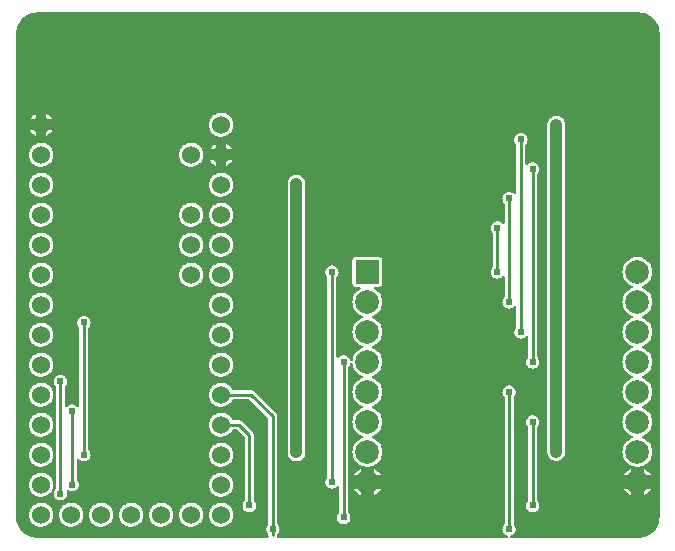
<source format=gbl>
G04 Layer: BottomLayer*
G04 EasyEDA v6.5.9, 2022-09-16 14:53:16*
G04 a67cddfb3fce44daa9051d46cbbcc19f,10*
G04 Gerber Generator version 0.2*
G04 Scale: 100 percent, Rotated: No, Reflected: No *
G04 Dimensions in millimeters *
G04 leading zeros omitted , absolute positions ,4 integer and 5 decimal *
%FSLAX45Y45*%
%MOMM*%

%ADD10C,1.0000*%
%ADD11C,0.2500*%
%ADD12C,2.0000*%
%ADD13C,1.5240*%
%ADD14C,0.6096*%
%ADD15C,0.0157*%

%LPD*%
G36*
X200863Y25908D02*
G01*
X182422Y26873D01*
X165557Y29413D01*
X148996Y33578D01*
X132943Y39420D01*
X117500Y46736D01*
X102870Y55575D01*
X89204Y65786D01*
X76606Y77266D01*
X65125Y89966D01*
X55016Y103733D01*
X46278Y118414D01*
X39014Y133858D01*
X33324Y149961D01*
X29209Y166522D01*
X26771Y183438D01*
X25908Y200863D01*
X25908Y4299153D01*
X26873Y4317542D01*
X29413Y4334408D01*
X33578Y4350969D01*
X39420Y4367072D01*
X46736Y4382465D01*
X55575Y4397095D01*
X65786Y4410760D01*
X77266Y4423410D01*
X89966Y4434840D01*
X103733Y4445000D01*
X118414Y4453737D01*
X133858Y4460951D01*
X149961Y4466691D01*
X166522Y4470806D01*
X183438Y4473244D01*
X200863Y4474057D01*
X5299151Y4474057D01*
X5317540Y4473143D01*
X5334406Y4470603D01*
X5350967Y4466386D01*
X5367070Y4460595D01*
X5382463Y4453229D01*
X5397093Y4444441D01*
X5410758Y4434230D01*
X5423408Y4422698D01*
X5434838Y4409998D01*
X5444998Y4396282D01*
X5453735Y4381601D01*
X5460949Y4366107D01*
X5466689Y4350054D01*
X5470804Y4333443D01*
X5473242Y4316577D01*
X5474106Y4299153D01*
X5474106Y200863D01*
X5473141Y182422D01*
X5470601Y165557D01*
X5466384Y148996D01*
X5460593Y132943D01*
X5453227Y117500D01*
X5444439Y102870D01*
X5434228Y89204D01*
X5422696Y76606D01*
X5409996Y65125D01*
X5396280Y55016D01*
X5381599Y46278D01*
X5366105Y39014D01*
X5350052Y33324D01*
X5333441Y29209D01*
X5316575Y26771D01*
X5299151Y25908D01*
X4217517Y25908D01*
X4213453Y26771D01*
X4210100Y29159D01*
X4207967Y32715D01*
X4207408Y36830D01*
X4208576Y40792D01*
X4211218Y43992D01*
X4214926Y45872D01*
X4219244Y47040D01*
X4228185Y51206D01*
X4236212Y56845D01*
X4243171Y63754D01*
X4248810Y71831D01*
X4252925Y80721D01*
X4255465Y90220D01*
X4256328Y99974D01*
X4255465Y109778D01*
X4252925Y119278D01*
X4248810Y128168D01*
X4243171Y136245D01*
X4241393Y138023D01*
X4239158Y141274D01*
X4238396Y145186D01*
X4238396Y1216812D01*
X4239158Y1220724D01*
X4241393Y1223975D01*
X4243171Y1225753D01*
X4248810Y1233830D01*
X4252925Y1242720D01*
X4255465Y1252220D01*
X4256328Y1261973D01*
X4255465Y1271778D01*
X4252925Y1281277D01*
X4248810Y1290167D01*
X4243171Y1298244D01*
X4236212Y1305153D01*
X4228185Y1310792D01*
X4219244Y1314958D01*
X4209796Y1317498D01*
X4199991Y1318361D01*
X4190187Y1317498D01*
X4180738Y1314958D01*
X4171797Y1310792D01*
X4163771Y1305153D01*
X4156811Y1298244D01*
X4151172Y1290167D01*
X4147058Y1281277D01*
X4144518Y1271778D01*
X4143654Y1261973D01*
X4144518Y1252220D01*
X4147058Y1242720D01*
X4151172Y1233830D01*
X4156811Y1225753D01*
X4158589Y1223975D01*
X4160824Y1220724D01*
X4161586Y1216812D01*
X4161586Y145186D01*
X4160824Y141274D01*
X4158589Y138023D01*
X4156811Y136245D01*
X4151172Y128168D01*
X4147058Y119278D01*
X4144518Y109778D01*
X4143654Y99974D01*
X4144518Y90220D01*
X4147058Y80721D01*
X4151172Y71831D01*
X4156811Y63754D01*
X4163771Y56845D01*
X4171797Y51206D01*
X4180738Y47040D01*
X4185056Y45872D01*
X4188764Y43992D01*
X4191406Y40792D01*
X4192574Y36830D01*
X4192015Y32715D01*
X4189882Y29159D01*
X4186529Y26771D01*
X4182465Y25908D01*
X2246274Y25908D01*
X2242566Y26619D01*
X2239365Y28600D01*
X2237130Y31648D01*
X2236165Y35255D01*
X2236571Y39014D01*
X2237638Y42519D01*
X2238400Y50495D01*
X2238400Y54813D01*
X2239162Y58724D01*
X2241397Y62026D01*
X2243175Y63754D01*
X2248814Y71831D01*
X2252929Y80721D01*
X2255469Y90220D01*
X2256332Y99974D01*
X2255469Y109778D01*
X2252929Y119278D01*
X2248814Y128168D01*
X2243175Y136245D01*
X2241397Y137972D01*
X2239162Y141274D01*
X2238400Y145186D01*
X2238400Y1053846D01*
X2237638Y1061821D01*
X2235454Y1069035D01*
X2231898Y1075690D01*
X2226818Y1081887D01*
X2043887Y1264818D01*
X2037689Y1269898D01*
X2031034Y1273454D01*
X2023821Y1275638D01*
X2015845Y1276400D01*
X1862937Y1276400D01*
X1859330Y1277061D01*
X1856130Y1279042D01*
X1853895Y1281988D01*
X1849831Y1290015D01*
X1842109Y1301242D01*
X1832965Y1311402D01*
X1822551Y1320190D01*
X1811070Y1327505D01*
X1798675Y1333246D01*
X1785670Y1337310D01*
X1772208Y1339545D01*
X1758594Y1340002D01*
X1745030Y1338681D01*
X1731772Y1335481D01*
X1719021Y1330604D01*
X1707083Y1324051D01*
X1696110Y1315974D01*
X1686306Y1306474D01*
X1677822Y1295755D01*
X1670862Y1284020D01*
X1665579Y1271473D01*
X1661972Y1258316D01*
X1660143Y1244803D01*
X1660143Y1231188D01*
X1661972Y1217676D01*
X1665579Y1204518D01*
X1670862Y1191971D01*
X1677822Y1180236D01*
X1686306Y1169517D01*
X1696110Y1160018D01*
X1707083Y1151940D01*
X1719021Y1145387D01*
X1731772Y1140510D01*
X1745030Y1137310D01*
X1758594Y1135989D01*
X1772208Y1136446D01*
X1785670Y1138682D01*
X1798675Y1142746D01*
X1811070Y1148486D01*
X1822551Y1155801D01*
X1832965Y1164590D01*
X1842109Y1174750D01*
X1849831Y1185976D01*
X1853895Y1194003D01*
X1856130Y1196949D01*
X1859330Y1198930D01*
X1862937Y1199591D01*
X1996236Y1199591D01*
X2000148Y1198829D01*
X2003399Y1196594D01*
X2158593Y1041400D01*
X2160828Y1038098D01*
X2161590Y1034237D01*
X2161590Y145186D01*
X2160828Y141325D01*
X2158593Y138023D01*
X2156815Y136245D01*
X2151176Y128168D01*
X2147062Y119278D01*
X2144522Y109778D01*
X2143658Y99974D01*
X2144522Y90220D01*
X2147062Y80721D01*
X2151176Y71831D01*
X2156815Y63754D01*
X2158593Y61976D01*
X2160828Y58674D01*
X2161590Y54813D01*
X2161590Y50495D01*
X2162403Y42519D01*
X2163419Y39014D01*
X2163826Y35255D01*
X2162860Y31648D01*
X2160625Y28600D01*
X2157425Y26619D01*
X2153716Y25908D01*
G37*

%LPC*%
G36*
X146202Y3568446D02*
G01*
X193548Y3568446D01*
X193548Y3615791D01*
X183083Y3610051D01*
X172110Y3601974D01*
X162306Y3592474D01*
X153822Y3581755D01*
X146862Y3570020D01*
G37*
G36*
X282448Y3568446D02*
G01*
X329641Y3568446D01*
X325831Y3576015D01*
X318109Y3587242D01*
X308965Y3597401D01*
X298551Y3606190D01*
X287070Y3613505D01*
X282448Y3615639D01*
G37*
G36*
X742594Y119989D02*
G01*
X756208Y120446D01*
X769670Y122682D01*
X782675Y126746D01*
X795070Y132486D01*
X806551Y139801D01*
X816965Y148590D01*
X826109Y158750D01*
X833831Y169976D01*
X839978Y182118D01*
X844448Y195021D01*
X847191Y208381D01*
X848106Y221996D01*
X847191Y235610D01*
X844448Y248970D01*
X839978Y261874D01*
X833831Y274015D01*
X826109Y285242D01*
X816965Y295402D01*
X806551Y304190D01*
X795070Y311505D01*
X782675Y317246D01*
X769670Y321310D01*
X756208Y323545D01*
X742594Y324002D01*
X729030Y322681D01*
X715772Y319481D01*
X703021Y314604D01*
X691083Y308051D01*
X680110Y299974D01*
X670306Y290474D01*
X661822Y279755D01*
X654862Y268020D01*
X649579Y255473D01*
X645972Y242316D01*
X644144Y228803D01*
X644144Y215188D01*
X645972Y201676D01*
X649579Y188518D01*
X654862Y175971D01*
X661822Y164236D01*
X670306Y153517D01*
X680110Y144018D01*
X691083Y135940D01*
X703021Y129387D01*
X715772Y124510D01*
X729030Y121310D01*
G37*
G36*
X1250594Y119989D02*
G01*
X1264208Y120446D01*
X1277670Y122682D01*
X1290675Y126746D01*
X1303070Y132486D01*
X1314551Y139801D01*
X1324965Y148590D01*
X1334109Y158750D01*
X1341831Y169976D01*
X1347978Y182118D01*
X1352448Y195021D01*
X1355191Y208381D01*
X1356106Y221996D01*
X1355191Y235610D01*
X1352448Y248970D01*
X1347978Y261874D01*
X1341831Y274015D01*
X1334109Y285242D01*
X1324965Y295402D01*
X1314551Y304190D01*
X1303070Y311505D01*
X1290675Y317246D01*
X1277670Y321310D01*
X1264208Y323545D01*
X1250594Y324002D01*
X1237030Y322681D01*
X1223772Y319481D01*
X1211021Y314604D01*
X1199083Y308051D01*
X1188110Y299974D01*
X1178306Y290474D01*
X1169822Y279755D01*
X1162862Y268020D01*
X1157579Y255473D01*
X1153972Y242316D01*
X1152144Y228803D01*
X1152144Y215188D01*
X1153972Y201676D01*
X1157579Y188518D01*
X1162862Y175971D01*
X1169822Y164236D01*
X1178306Y153517D01*
X1188110Y144018D01*
X1199083Y135940D01*
X1211021Y129387D01*
X1223772Y124510D01*
X1237030Y121310D01*
G37*
G36*
X1504594Y119989D02*
G01*
X1518208Y120446D01*
X1531670Y122682D01*
X1544675Y126746D01*
X1557070Y132486D01*
X1568551Y139801D01*
X1578965Y148590D01*
X1588109Y158750D01*
X1595831Y169976D01*
X1601978Y182118D01*
X1606448Y195021D01*
X1609191Y208381D01*
X1610106Y221996D01*
X1609191Y235610D01*
X1606448Y248970D01*
X1601978Y261874D01*
X1595831Y274015D01*
X1588109Y285242D01*
X1578965Y295402D01*
X1568551Y304190D01*
X1557070Y311505D01*
X1544675Y317246D01*
X1531670Y321310D01*
X1518208Y323545D01*
X1504594Y324002D01*
X1491030Y322681D01*
X1477772Y319481D01*
X1465021Y314604D01*
X1453083Y308051D01*
X1442110Y299974D01*
X1432306Y290474D01*
X1423822Y279755D01*
X1416862Y268020D01*
X1411579Y255473D01*
X1407972Y242316D01*
X1406144Y228803D01*
X1406144Y215188D01*
X1407972Y201676D01*
X1411579Y188518D01*
X1416862Y175971D01*
X1423822Y164236D01*
X1432306Y153517D01*
X1442110Y144018D01*
X1453083Y135940D01*
X1465021Y129387D01*
X1477772Y124510D01*
X1491030Y121310D01*
G37*
G36*
X234594Y119989D02*
G01*
X248208Y120446D01*
X261670Y122682D01*
X274675Y126746D01*
X287070Y132486D01*
X298551Y139801D01*
X308965Y148590D01*
X318109Y158750D01*
X325831Y169976D01*
X331978Y182118D01*
X336448Y195021D01*
X339191Y208381D01*
X340106Y221996D01*
X339191Y235610D01*
X336448Y248970D01*
X331978Y261874D01*
X325831Y274015D01*
X318109Y285242D01*
X308965Y295402D01*
X298551Y304190D01*
X287070Y311505D01*
X274675Y317246D01*
X261670Y321310D01*
X248208Y323545D01*
X234594Y324002D01*
X221030Y322681D01*
X207771Y319481D01*
X195021Y314604D01*
X183083Y308051D01*
X172110Y299974D01*
X162306Y290474D01*
X153822Y279755D01*
X146862Y268020D01*
X141579Y255473D01*
X137972Y242316D01*
X136144Y228803D01*
X136144Y215188D01*
X137972Y201676D01*
X141579Y188518D01*
X146862Y175971D01*
X153822Y164236D01*
X162306Y153517D01*
X172110Y144018D01*
X183083Y135940D01*
X195021Y129387D01*
X207771Y124510D01*
X221030Y121310D01*
G37*
G36*
X488594Y119989D02*
G01*
X502208Y120446D01*
X515670Y122682D01*
X528675Y126746D01*
X541070Y132486D01*
X552551Y139801D01*
X562965Y148590D01*
X572109Y158750D01*
X579831Y169976D01*
X585978Y182118D01*
X590448Y195021D01*
X593191Y208381D01*
X594106Y221996D01*
X593191Y235610D01*
X590448Y248970D01*
X585978Y261874D01*
X579831Y274015D01*
X572109Y285242D01*
X562965Y295402D01*
X552551Y304190D01*
X541070Y311505D01*
X528675Y317246D01*
X515670Y321310D01*
X502208Y323545D01*
X488594Y324002D01*
X475030Y322681D01*
X461772Y319481D01*
X449021Y314604D01*
X437083Y308051D01*
X426110Y299974D01*
X416306Y290474D01*
X407822Y279755D01*
X400862Y268020D01*
X395579Y255473D01*
X391972Y242316D01*
X390144Y228803D01*
X390144Y215188D01*
X391972Y201676D01*
X395579Y188518D01*
X400862Y175971D01*
X407822Y164236D01*
X416306Y153517D01*
X426110Y144018D01*
X437083Y135940D01*
X449021Y129387D01*
X461772Y124510D01*
X475030Y121310D01*
G37*
G36*
X1758594Y119989D02*
G01*
X1772208Y120446D01*
X1785670Y122682D01*
X1798675Y126746D01*
X1811070Y132486D01*
X1822551Y139801D01*
X1832965Y148590D01*
X1842109Y158750D01*
X1849831Y169976D01*
X1855978Y182118D01*
X1860448Y195021D01*
X1863191Y208381D01*
X1864106Y221996D01*
X1863191Y235610D01*
X1860448Y248970D01*
X1855978Y261874D01*
X1849831Y274015D01*
X1842109Y285242D01*
X1832965Y295402D01*
X1822551Y304190D01*
X1811070Y311505D01*
X1798675Y317246D01*
X1785670Y321310D01*
X1772208Y323545D01*
X1758594Y324002D01*
X1745030Y322681D01*
X1731772Y319481D01*
X1719021Y314604D01*
X1707083Y308051D01*
X1696110Y299974D01*
X1686306Y290474D01*
X1677822Y279755D01*
X1670862Y268020D01*
X1665579Y255473D01*
X1661972Y242316D01*
X1660143Y228803D01*
X1660143Y215188D01*
X1661972Y201676D01*
X1665579Y188518D01*
X1670862Y175971D01*
X1677822Y164236D01*
X1686306Y153517D01*
X1696110Y144018D01*
X1707083Y135940D01*
X1719021Y129387D01*
X1731772Y124510D01*
X1745030Y121310D01*
G37*
G36*
X996594Y119989D02*
G01*
X1010208Y120446D01*
X1023670Y122682D01*
X1036675Y126746D01*
X1049070Y132486D01*
X1060551Y139801D01*
X1070965Y148590D01*
X1080109Y158750D01*
X1087831Y169976D01*
X1093978Y182118D01*
X1098448Y195021D01*
X1101191Y208381D01*
X1102106Y221996D01*
X1101191Y235610D01*
X1098448Y248970D01*
X1093978Y261874D01*
X1087831Y274015D01*
X1080109Y285242D01*
X1070965Y295402D01*
X1060551Y304190D01*
X1049070Y311505D01*
X1036675Y317246D01*
X1023670Y321310D01*
X1010208Y323545D01*
X996594Y324002D01*
X983030Y322681D01*
X969771Y319481D01*
X957021Y314604D01*
X945083Y308051D01*
X934110Y299974D01*
X924306Y290474D01*
X915822Y279755D01*
X908862Y268020D01*
X903579Y255473D01*
X899972Y242316D01*
X898144Y228803D01*
X898144Y215188D01*
X899972Y201676D01*
X903579Y188518D01*
X908862Y175971D01*
X915822Y164236D01*
X924306Y153517D01*
X934110Y144018D01*
X945083Y135940D01*
X957021Y129387D01*
X969771Y124510D01*
X983030Y121310D01*
G37*
G36*
X2799994Y143662D02*
G01*
X2809798Y144526D01*
X2819247Y147066D01*
X2828188Y151180D01*
X2836214Y156819D01*
X2843174Y163779D01*
X2848813Y171805D01*
X2852928Y180746D01*
X2855468Y190195D01*
X2856331Y199999D01*
X2855468Y209804D01*
X2852928Y219252D01*
X2848813Y228193D01*
X2843174Y236220D01*
X2841498Y237896D01*
X2839262Y241198D01*
X2838500Y245059D01*
X2838500Y1470914D01*
X2839262Y1474825D01*
X2841498Y1478076D01*
X2843174Y1479753D01*
X2848813Y1487830D01*
X2852928Y1496720D01*
X2854960Y1504289D01*
X2856788Y1507947D01*
X2859887Y1510588D01*
X2863748Y1511808D01*
X2867812Y1511401D01*
X2871368Y1509420D01*
X2873857Y1506220D01*
X2875026Y1500835D01*
X2877769Y1485849D01*
X2882290Y1471371D01*
X2888538Y1457502D01*
X2896412Y1444498D01*
X2905760Y1432509D01*
X2916529Y1421790D01*
X2928467Y1412392D01*
X2941472Y1404518D01*
X2955391Y1398270D01*
X2958592Y1396034D01*
X2960674Y1392783D01*
X2961386Y1388973D01*
X2960674Y1385214D01*
X2958592Y1381963D01*
X2955391Y1379728D01*
X2941472Y1373479D01*
X2928467Y1365605D01*
X2916529Y1356207D01*
X2905760Y1345488D01*
X2896412Y1333500D01*
X2888538Y1320495D01*
X2882290Y1306626D01*
X2877769Y1292148D01*
X2875026Y1277162D01*
X2874111Y1261973D01*
X2875026Y1246835D01*
X2877769Y1231849D01*
X2882290Y1217371D01*
X2888538Y1203502D01*
X2896412Y1190498D01*
X2905760Y1178509D01*
X2916529Y1167790D01*
X2928467Y1158392D01*
X2941472Y1150518D01*
X2955391Y1144270D01*
X2958592Y1142034D01*
X2960674Y1138783D01*
X2961386Y1134973D01*
X2960674Y1131214D01*
X2958592Y1127963D01*
X2955391Y1125728D01*
X2941472Y1119479D01*
X2928467Y1111605D01*
X2916529Y1102207D01*
X2905760Y1091488D01*
X2896412Y1079500D01*
X2888538Y1066495D01*
X2882290Y1052626D01*
X2877769Y1038148D01*
X2875026Y1023162D01*
X2874111Y1007973D01*
X2875026Y992835D01*
X2877769Y977849D01*
X2882290Y963371D01*
X2888538Y949502D01*
X2896412Y936498D01*
X2905760Y924509D01*
X2916529Y913790D01*
X2928467Y904392D01*
X2941472Y896518D01*
X2955391Y890269D01*
X2958592Y888034D01*
X2960674Y884783D01*
X2961386Y880973D01*
X2960674Y877214D01*
X2958592Y873963D01*
X2955391Y871728D01*
X2941472Y865479D01*
X2928467Y857605D01*
X2916529Y848207D01*
X2905760Y837488D01*
X2896412Y825500D01*
X2888538Y812495D01*
X2882290Y798626D01*
X2877769Y784148D01*
X2875026Y769162D01*
X2874111Y753973D01*
X2875026Y738835D01*
X2877769Y723849D01*
X2882290Y709371D01*
X2888538Y695502D01*
X2896412Y682498D01*
X2905760Y670509D01*
X2916529Y659790D01*
X2928467Y650392D01*
X2941472Y642518D01*
X2955391Y636270D01*
X2969869Y631748D01*
X2984804Y629005D01*
X2999994Y628091D01*
X3015183Y629005D01*
X3030118Y631748D01*
X3044596Y636270D01*
X3058515Y642518D01*
X3071520Y650392D01*
X3083458Y659790D01*
X3094228Y670509D01*
X3103575Y682498D01*
X3111449Y695502D01*
X3117697Y709371D01*
X3122218Y723849D01*
X3124962Y738835D01*
X3125876Y753973D01*
X3124962Y769162D01*
X3122218Y784148D01*
X3117697Y798626D01*
X3111449Y812495D01*
X3103575Y825500D01*
X3094228Y837488D01*
X3083458Y848207D01*
X3071520Y857605D01*
X3058515Y865479D01*
X3044596Y871728D01*
X3041396Y873963D01*
X3039313Y877214D01*
X3038602Y880973D01*
X3039313Y884783D01*
X3041396Y888034D01*
X3044596Y890269D01*
X3058515Y896518D01*
X3071520Y904392D01*
X3083458Y913790D01*
X3094228Y924509D01*
X3103575Y936498D01*
X3111449Y949502D01*
X3117697Y963371D01*
X3122218Y977849D01*
X3124962Y992835D01*
X3125876Y1007973D01*
X3124962Y1023162D01*
X3122218Y1038148D01*
X3117697Y1052626D01*
X3111449Y1066495D01*
X3103575Y1079500D01*
X3094228Y1091488D01*
X3083458Y1102207D01*
X3071520Y1111605D01*
X3058515Y1119479D01*
X3044596Y1125728D01*
X3041396Y1127963D01*
X3039313Y1131214D01*
X3038602Y1134973D01*
X3039313Y1138783D01*
X3041396Y1142034D01*
X3044596Y1144270D01*
X3058515Y1150518D01*
X3071520Y1158392D01*
X3083458Y1167790D01*
X3094228Y1178509D01*
X3103575Y1190498D01*
X3111449Y1203502D01*
X3117697Y1217371D01*
X3122218Y1231849D01*
X3124962Y1246835D01*
X3125876Y1261973D01*
X3124962Y1277162D01*
X3122218Y1292148D01*
X3117697Y1306626D01*
X3111449Y1320495D01*
X3103575Y1333500D01*
X3094228Y1345488D01*
X3083458Y1356207D01*
X3071520Y1365605D01*
X3058515Y1373479D01*
X3044596Y1379728D01*
X3041396Y1381963D01*
X3039313Y1385214D01*
X3038602Y1388973D01*
X3039313Y1392783D01*
X3041396Y1396034D01*
X3044596Y1398270D01*
X3058515Y1404518D01*
X3071520Y1412392D01*
X3083458Y1421790D01*
X3094228Y1432509D01*
X3103575Y1444498D01*
X3111449Y1457502D01*
X3117697Y1471371D01*
X3122218Y1485849D01*
X3124962Y1500835D01*
X3125876Y1515973D01*
X3124962Y1531162D01*
X3122218Y1546148D01*
X3117697Y1560626D01*
X3111449Y1574495D01*
X3103575Y1587500D01*
X3094228Y1599488D01*
X3083458Y1610207D01*
X3071520Y1619605D01*
X3058515Y1627479D01*
X3044596Y1633728D01*
X3041396Y1635963D01*
X3039313Y1639214D01*
X3038602Y1642973D01*
X3039313Y1646783D01*
X3041396Y1650034D01*
X3044596Y1652270D01*
X3058515Y1658518D01*
X3071520Y1666392D01*
X3083458Y1675790D01*
X3094228Y1686509D01*
X3103575Y1698498D01*
X3111449Y1711502D01*
X3117697Y1725371D01*
X3122218Y1739849D01*
X3124962Y1754835D01*
X3125876Y1769973D01*
X3124962Y1785162D01*
X3122218Y1800148D01*
X3117697Y1814626D01*
X3111449Y1828495D01*
X3103575Y1841500D01*
X3094228Y1853488D01*
X3083458Y1864207D01*
X3071520Y1873605D01*
X3058515Y1881479D01*
X3044596Y1887728D01*
X3041396Y1889963D01*
X3039313Y1893214D01*
X3038602Y1896973D01*
X3039313Y1900783D01*
X3041396Y1904034D01*
X3044596Y1906270D01*
X3058515Y1912518D01*
X3071520Y1920392D01*
X3083458Y1929790D01*
X3094228Y1940509D01*
X3103575Y1952498D01*
X3111449Y1965502D01*
X3117697Y1979371D01*
X3122218Y1993849D01*
X3124962Y2008835D01*
X3125876Y2023973D01*
X3124962Y2039162D01*
X3122218Y2054148D01*
X3117697Y2068626D01*
X3111449Y2082495D01*
X3103575Y2095500D01*
X3094228Y2107488D01*
X3083458Y2118207D01*
X3071520Y2127605D01*
X3062173Y2133244D01*
X3059023Y2136241D01*
X3057398Y2140305D01*
X3057652Y2144674D01*
X3059684Y2148535D01*
X3063189Y2151176D01*
X3067456Y2152091D01*
X3099409Y2152091D01*
X3105759Y2152802D01*
X3111195Y2154732D01*
X3116122Y2157780D01*
X3120186Y2161895D01*
X3123285Y2166772D01*
X3125165Y2172258D01*
X3125927Y2178558D01*
X3125927Y2377440D01*
X3125165Y2383739D01*
X3123285Y2389225D01*
X3120186Y2394102D01*
X3116122Y2398217D01*
X3111195Y2401265D01*
X3105759Y2403195D01*
X3099409Y2403906D01*
X2900578Y2403906D01*
X2894228Y2403195D01*
X2888792Y2401265D01*
X2883865Y2398217D01*
X2879801Y2394102D01*
X2876702Y2389225D01*
X2874822Y2383739D01*
X2874111Y2377440D01*
X2874111Y2178558D01*
X2874822Y2172258D01*
X2876702Y2166772D01*
X2879801Y2161895D01*
X2883865Y2157780D01*
X2888792Y2154732D01*
X2894228Y2152802D01*
X2900578Y2152091D01*
X2932531Y2152091D01*
X2936798Y2151176D01*
X2940304Y2148535D01*
X2942336Y2144674D01*
X2942590Y2140305D01*
X2940964Y2136241D01*
X2937814Y2133244D01*
X2928467Y2127605D01*
X2916529Y2118207D01*
X2905760Y2107488D01*
X2896412Y2095500D01*
X2888538Y2082495D01*
X2882290Y2068626D01*
X2877769Y2054148D01*
X2875026Y2039162D01*
X2874111Y2023973D01*
X2875026Y2008835D01*
X2877769Y1993849D01*
X2882290Y1979371D01*
X2888538Y1965502D01*
X2896412Y1952498D01*
X2905760Y1940509D01*
X2916529Y1929790D01*
X2928467Y1920392D01*
X2941472Y1912518D01*
X2955391Y1906270D01*
X2958592Y1904034D01*
X2960674Y1900783D01*
X2961386Y1896973D01*
X2960674Y1893214D01*
X2958592Y1889963D01*
X2955391Y1887728D01*
X2941472Y1881479D01*
X2928467Y1873605D01*
X2916529Y1864207D01*
X2905760Y1853488D01*
X2896412Y1841500D01*
X2888538Y1828495D01*
X2882290Y1814626D01*
X2877769Y1800148D01*
X2875026Y1785162D01*
X2874111Y1769973D01*
X2875026Y1754835D01*
X2877769Y1739849D01*
X2882290Y1725371D01*
X2888538Y1711502D01*
X2896412Y1698498D01*
X2905760Y1686509D01*
X2916529Y1675790D01*
X2928467Y1666392D01*
X2941472Y1658518D01*
X2955391Y1652270D01*
X2958592Y1650034D01*
X2960674Y1646783D01*
X2961386Y1642973D01*
X2960674Y1639214D01*
X2958592Y1635963D01*
X2955391Y1633728D01*
X2941472Y1627479D01*
X2928467Y1619605D01*
X2916529Y1610207D01*
X2905760Y1599488D01*
X2896412Y1587500D01*
X2888538Y1574495D01*
X2882290Y1560626D01*
X2877769Y1546148D01*
X2875026Y1531162D01*
X2873857Y1525778D01*
X2871368Y1522577D01*
X2867812Y1520596D01*
X2863748Y1520190D01*
X2859887Y1521409D01*
X2856788Y1524050D01*
X2854960Y1527708D01*
X2852928Y1535277D01*
X2848813Y1544167D01*
X2843174Y1552244D01*
X2836214Y1559153D01*
X2828188Y1564792D01*
X2819247Y1568958D01*
X2809798Y1571498D01*
X2799994Y1572361D01*
X2790190Y1571498D01*
X2780741Y1568958D01*
X2771800Y1564792D01*
X2763774Y1559153D01*
X2753715Y1549349D01*
X2749651Y1548028D01*
X2745435Y1548434D01*
X2741777Y1550568D01*
X2739288Y1553972D01*
X2738424Y1558137D01*
X2738424Y2232812D01*
X2739186Y2236724D01*
X2741371Y2239975D01*
X2743149Y2241753D01*
X2748788Y2249830D01*
X2752953Y2258720D01*
X2755493Y2268220D01*
X2756357Y2277973D01*
X2755493Y2287778D01*
X2752953Y2297277D01*
X2748788Y2306167D01*
X2743149Y2314244D01*
X2736240Y2321153D01*
X2728163Y2326792D01*
X2719273Y2330958D01*
X2709773Y2333498D01*
X2700020Y2334361D01*
X2690215Y2333498D01*
X2680716Y2330958D01*
X2671826Y2326792D01*
X2663748Y2321153D01*
X2656840Y2314244D01*
X2651201Y2306167D01*
X2647035Y2297277D01*
X2644495Y2287778D01*
X2643632Y2277973D01*
X2644495Y2268220D01*
X2647035Y2258720D01*
X2651201Y2249830D01*
X2656840Y2241753D01*
X2658618Y2239975D01*
X2660802Y2236724D01*
X2661564Y2232812D01*
X2661564Y545185D01*
X2660802Y541274D01*
X2658618Y538022D01*
X2656840Y536244D01*
X2651201Y528167D01*
X2647035Y519277D01*
X2644495Y509778D01*
X2643632Y499973D01*
X2644495Y490220D01*
X2647035Y480720D01*
X2651201Y471830D01*
X2656840Y463753D01*
X2663748Y456844D01*
X2671826Y451205D01*
X2680716Y447040D01*
X2690215Y444500D01*
X2700020Y443636D01*
X2709773Y444500D01*
X2719273Y447040D01*
X2728163Y451205D01*
X2736240Y456844D01*
X2746298Y466750D01*
X2750362Y468122D01*
X2754579Y467715D01*
X2758287Y465582D01*
X2760776Y462178D01*
X2761691Y458012D01*
X2761691Y245262D01*
X2760929Y241401D01*
X2758694Y238099D01*
X2756814Y236220D01*
X2751175Y228193D01*
X2747060Y219252D01*
X2744520Y209804D01*
X2743657Y199999D01*
X2744520Y190195D01*
X2747060Y180746D01*
X2751175Y171805D01*
X2756814Y163779D01*
X2763774Y156819D01*
X2771800Y151180D01*
X2780741Y147066D01*
X2790190Y144526D01*
G37*
G36*
X4399991Y243636D02*
G01*
X4409795Y244500D01*
X4419244Y247040D01*
X4428185Y251206D01*
X4436211Y256844D01*
X4443171Y263753D01*
X4448810Y271830D01*
X4452924Y280720D01*
X4455464Y290220D01*
X4456328Y299974D01*
X4455464Y309778D01*
X4452924Y319278D01*
X4448810Y328168D01*
X4443171Y336245D01*
X4441393Y338023D01*
X4439158Y341274D01*
X4438396Y345186D01*
X4438396Y962812D01*
X4439158Y966724D01*
X4441393Y969975D01*
X4443171Y971753D01*
X4448810Y979830D01*
X4452924Y988720D01*
X4455464Y998219D01*
X4456328Y1007973D01*
X4455464Y1017778D01*
X4452924Y1027277D01*
X4448810Y1036167D01*
X4443171Y1044244D01*
X4436211Y1051153D01*
X4428185Y1056792D01*
X4419244Y1060958D01*
X4409795Y1063498D01*
X4399991Y1064361D01*
X4390186Y1063498D01*
X4380738Y1060958D01*
X4371797Y1056792D01*
X4363770Y1051153D01*
X4356811Y1044244D01*
X4351172Y1036167D01*
X4347057Y1027277D01*
X4344517Y1017778D01*
X4343654Y1007973D01*
X4344517Y998219D01*
X4347057Y988720D01*
X4351172Y979830D01*
X4356811Y971753D01*
X4358589Y969975D01*
X4360824Y966724D01*
X4361586Y962812D01*
X4361586Y345186D01*
X4360824Y341274D01*
X4358589Y338023D01*
X4356811Y336245D01*
X4351172Y328168D01*
X4347057Y319278D01*
X4344517Y309778D01*
X4343654Y299974D01*
X4344517Y290220D01*
X4347057Y280720D01*
X4351172Y271830D01*
X4356811Y263753D01*
X4363770Y256844D01*
X4371797Y251206D01*
X4380738Y247040D01*
X4390186Y244500D01*
G37*
G36*
X1999996Y243636D02*
G01*
X2009800Y244500D01*
X2019249Y247040D01*
X2028189Y251206D01*
X2036216Y256844D01*
X2043175Y263753D01*
X2048814Y271830D01*
X2052929Y280720D01*
X2055469Y290220D01*
X2056333Y299974D01*
X2055469Y309778D01*
X2052929Y319278D01*
X2048814Y328168D01*
X2043175Y336245D01*
X2041398Y338023D01*
X2039162Y341274D01*
X2038400Y345186D01*
X2038400Y899515D01*
X2037638Y907491D01*
X2035454Y914653D01*
X2031898Y921308D01*
X2026818Y927506D01*
X1943506Y1010818D01*
X1937308Y1015898D01*
X1930654Y1019454D01*
X1923491Y1021638D01*
X1915515Y1022400D01*
X1862937Y1022400D01*
X1859330Y1023061D01*
X1856130Y1025042D01*
X1853895Y1027988D01*
X1849831Y1036015D01*
X1842109Y1047242D01*
X1832965Y1057402D01*
X1822551Y1066190D01*
X1811070Y1073505D01*
X1798675Y1079246D01*
X1785670Y1083310D01*
X1772208Y1085545D01*
X1758594Y1086002D01*
X1745030Y1084681D01*
X1731772Y1081481D01*
X1719021Y1076604D01*
X1707083Y1070051D01*
X1696110Y1061974D01*
X1686306Y1052474D01*
X1677822Y1041755D01*
X1670862Y1030020D01*
X1665579Y1017473D01*
X1661972Y1004316D01*
X1660143Y990803D01*
X1660143Y977188D01*
X1661972Y963676D01*
X1665579Y950518D01*
X1670862Y937971D01*
X1677822Y926236D01*
X1686306Y915517D01*
X1696110Y906018D01*
X1707083Y897940D01*
X1719021Y891387D01*
X1731772Y886510D01*
X1745030Y883310D01*
X1758594Y881989D01*
X1772208Y882446D01*
X1785670Y884682D01*
X1798675Y888746D01*
X1811070Y894486D01*
X1822551Y901801D01*
X1832965Y910590D01*
X1842109Y920750D01*
X1849831Y931976D01*
X1853895Y940003D01*
X1856130Y942949D01*
X1859330Y944930D01*
X1862937Y945591D01*
X1895856Y945591D01*
X1899767Y944829D01*
X1903069Y942594D01*
X1958593Y887069D01*
X1960829Y883767D01*
X1961591Y879856D01*
X1961591Y345186D01*
X1960829Y341274D01*
X1958593Y338023D01*
X1956816Y336245D01*
X1951177Y328168D01*
X1947062Y319278D01*
X1944522Y309778D01*
X1943658Y299974D01*
X1944522Y290220D01*
X1947062Y280720D01*
X1951177Y271830D01*
X1956816Y263753D01*
X1963775Y256844D01*
X1971802Y251206D01*
X1980742Y247040D01*
X1990191Y244500D01*
G37*
G36*
X399999Y343662D02*
G01*
X409803Y344525D01*
X419252Y347065D01*
X428193Y351180D01*
X436219Y356819D01*
X443179Y363778D01*
X448818Y371805D01*
X452932Y380746D01*
X455472Y390194D01*
X456336Y399999D01*
X455472Y409803D01*
X453186Y418338D01*
X452983Y422452D01*
X454355Y426313D01*
X457200Y429259D01*
X460959Y430885D01*
X465074Y430885D01*
X468833Y429259D01*
X471830Y427177D01*
X480720Y423062D01*
X490220Y420522D01*
X500024Y419658D01*
X509778Y420522D01*
X519277Y423062D01*
X528167Y427177D01*
X536244Y432816D01*
X543153Y439775D01*
X548792Y447801D01*
X552958Y456742D01*
X555498Y466191D01*
X556361Y475996D01*
X555498Y485800D01*
X552958Y495249D01*
X548792Y504190D01*
X543153Y512216D01*
X541375Y513994D01*
X539191Y517296D01*
X538429Y521157D01*
X538429Y687882D01*
X539292Y691997D01*
X541782Y695452D01*
X545439Y697534D01*
X549656Y697941D01*
X553720Y696620D01*
X563778Y686816D01*
X571804Y681177D01*
X580745Y677062D01*
X590194Y674522D01*
X599998Y673658D01*
X609803Y674522D01*
X619252Y677062D01*
X628192Y681177D01*
X636219Y686816D01*
X643178Y693775D01*
X648817Y701802D01*
X652932Y710742D01*
X655472Y720191D01*
X656336Y729996D01*
X655472Y739800D01*
X652932Y749249D01*
X648817Y758190D01*
X643178Y766216D01*
X641400Y767994D01*
X639165Y771296D01*
X638403Y775157D01*
X638403Y1804822D01*
X639165Y1808683D01*
X641400Y1811985D01*
X643178Y1813763D01*
X648817Y1821840D01*
X652932Y1830730D01*
X655472Y1840230D01*
X656336Y1849983D01*
X655472Y1859788D01*
X652932Y1869287D01*
X648817Y1878177D01*
X643178Y1886204D01*
X636219Y1893163D01*
X628192Y1898802D01*
X619252Y1902968D01*
X609803Y1905507D01*
X599998Y1906320D01*
X590194Y1905507D01*
X580745Y1902968D01*
X571804Y1898802D01*
X563778Y1893163D01*
X556818Y1886204D01*
X551180Y1878177D01*
X547065Y1869287D01*
X544525Y1859788D01*
X543661Y1849983D01*
X544525Y1840230D01*
X547065Y1830730D01*
X551180Y1821840D01*
X556818Y1813763D01*
X558596Y1811985D01*
X560832Y1808683D01*
X561594Y1804822D01*
X561594Y1142136D01*
X560730Y1137970D01*
X558190Y1134567D01*
X554532Y1132433D01*
X550316Y1132027D01*
X546303Y1133348D01*
X543153Y1136192D01*
X536244Y1143152D01*
X528167Y1148791D01*
X519277Y1152956D01*
X509778Y1155496D01*
X500024Y1156360D01*
X490220Y1155496D01*
X480720Y1152956D01*
X471830Y1148791D01*
X463753Y1143152D01*
X456844Y1136192D01*
X453694Y1133348D01*
X449681Y1132027D01*
X445465Y1132433D01*
X441807Y1134567D01*
X439267Y1137970D01*
X438404Y1142136D01*
X438404Y1304798D01*
X439166Y1308709D01*
X441401Y1312011D01*
X443179Y1313789D01*
X448818Y1321816D01*
X452932Y1330706D01*
X455472Y1340205D01*
X456336Y1350010D01*
X455472Y1359763D01*
X452932Y1369263D01*
X448818Y1378153D01*
X443179Y1386230D01*
X436219Y1393139D01*
X428193Y1398778D01*
X419252Y1402943D01*
X409803Y1405483D01*
X399999Y1406347D01*
X390194Y1405483D01*
X380746Y1402943D01*
X371805Y1398778D01*
X363778Y1393139D01*
X356819Y1386230D01*
X351180Y1378153D01*
X347065Y1369263D01*
X344525Y1359763D01*
X343662Y1350010D01*
X344525Y1340205D01*
X347065Y1330706D01*
X351180Y1321816D01*
X356819Y1313789D01*
X358597Y1312011D01*
X360832Y1308709D01*
X361594Y1304798D01*
X361594Y445160D01*
X360832Y441299D01*
X358597Y437997D01*
X356819Y436219D01*
X351180Y428193D01*
X347065Y419252D01*
X344525Y409803D01*
X343662Y399999D01*
X344525Y390194D01*
X347065Y380746D01*
X351180Y371805D01*
X356819Y363778D01*
X363778Y356819D01*
X371805Y351180D01*
X380746Y347065D01*
X390194Y344525D01*
G37*
G36*
X1758594Y373989D02*
G01*
X1772208Y374446D01*
X1785670Y376682D01*
X1798675Y380746D01*
X1811070Y386486D01*
X1822551Y393801D01*
X1832965Y402590D01*
X1842109Y412750D01*
X1849831Y423976D01*
X1855978Y436118D01*
X1860448Y449021D01*
X1863191Y462381D01*
X1864106Y475996D01*
X1863191Y489610D01*
X1860448Y502970D01*
X1855978Y515874D01*
X1849831Y528015D01*
X1842109Y539242D01*
X1832965Y549402D01*
X1822551Y558190D01*
X1811070Y565505D01*
X1798675Y571246D01*
X1785670Y575310D01*
X1772208Y577545D01*
X1758594Y578002D01*
X1745030Y576681D01*
X1731772Y573481D01*
X1719021Y568604D01*
X1707083Y562051D01*
X1696110Y553974D01*
X1686306Y544474D01*
X1677822Y533755D01*
X1670862Y522020D01*
X1665579Y509473D01*
X1661972Y496316D01*
X1660143Y482803D01*
X1660143Y469188D01*
X1661972Y455676D01*
X1665579Y442518D01*
X1670862Y429971D01*
X1677822Y418236D01*
X1686306Y407517D01*
X1696110Y398018D01*
X1707083Y389940D01*
X1719021Y383387D01*
X1731772Y378510D01*
X1745030Y375310D01*
G37*
G36*
X234594Y373989D02*
G01*
X248208Y374446D01*
X261670Y376682D01*
X274675Y380746D01*
X287070Y386486D01*
X298551Y393801D01*
X308965Y402590D01*
X318109Y412750D01*
X325831Y423976D01*
X331978Y436118D01*
X336448Y449021D01*
X339191Y462381D01*
X340106Y475996D01*
X339191Y489610D01*
X336448Y502970D01*
X331978Y515874D01*
X325831Y528015D01*
X318109Y539242D01*
X308965Y549402D01*
X298551Y558190D01*
X287070Y565505D01*
X274675Y571246D01*
X261670Y575310D01*
X248208Y577545D01*
X234594Y578002D01*
X221030Y576681D01*
X207771Y573481D01*
X195021Y568604D01*
X183083Y562051D01*
X172110Y553974D01*
X162306Y544474D01*
X153822Y533755D01*
X146862Y522020D01*
X141579Y509473D01*
X137972Y496316D01*
X136144Y482803D01*
X136144Y469188D01*
X137972Y455676D01*
X141579Y442518D01*
X146862Y429971D01*
X153822Y418236D01*
X162306Y407517D01*
X172110Y398018D01*
X183083Y389940D01*
X195021Y383387D01*
X207771Y378510D01*
X221030Y375310D01*
G37*
G36*
X5342331Y387553D02*
G01*
X5344515Y388518D01*
X5357520Y396392D01*
X5369458Y405790D01*
X5380228Y416509D01*
X5389575Y428498D01*
X5397449Y441502D01*
X5398414Y443636D01*
X5342331Y443636D01*
G37*
G36*
X3056331Y387553D02*
G01*
X3058515Y388518D01*
X3071520Y396392D01*
X3083458Y405790D01*
X3094228Y416509D01*
X3103575Y428498D01*
X3111449Y441502D01*
X3112414Y443636D01*
X3056331Y443636D01*
G37*
G36*
X2943656Y387553D02*
G01*
X2943656Y443636D01*
X2887573Y443636D01*
X2888538Y441502D01*
X2896412Y428498D01*
X2905760Y416509D01*
X2916529Y405790D01*
X2928467Y396392D01*
X2941472Y388518D01*
G37*
G36*
X5229656Y387553D02*
G01*
X5229656Y443636D01*
X5173573Y443636D01*
X5174538Y441502D01*
X5182412Y428498D01*
X5191760Y416509D01*
X5202529Y405790D01*
X5214467Y396392D01*
X5227472Y388518D01*
G37*
G36*
X282448Y3432352D02*
G01*
X287070Y3434486D01*
X298551Y3441801D01*
X308965Y3450590D01*
X318109Y3460750D01*
X325831Y3471976D01*
X329641Y3479546D01*
X282448Y3479546D01*
G37*
G36*
X193548Y3432200D02*
G01*
X193548Y3479546D01*
X146202Y3479546D01*
X146862Y3477971D01*
X153822Y3466236D01*
X162306Y3455517D01*
X172110Y3446018D01*
X183083Y3437940D01*
G37*
G36*
X5173573Y556361D02*
G01*
X5229656Y556361D01*
X5229656Y612444D01*
X5227472Y611479D01*
X5214467Y603605D01*
X5202529Y594207D01*
X5191760Y583488D01*
X5182412Y571500D01*
X5174538Y558495D01*
G37*
G36*
X2887573Y556361D02*
G01*
X2943656Y556361D01*
X2943656Y612444D01*
X2941472Y611479D01*
X2928467Y603605D01*
X2916529Y594207D01*
X2905760Y583488D01*
X2896412Y571500D01*
X2888538Y558495D01*
G37*
G36*
X5342331Y556361D02*
G01*
X5398414Y556361D01*
X5397449Y558495D01*
X5389575Y571500D01*
X5380228Y583488D01*
X5369458Y594207D01*
X5357520Y603605D01*
X5344515Y611479D01*
X5342331Y612444D01*
G37*
G36*
X3056331Y556361D02*
G01*
X3112414Y556361D01*
X3111449Y558495D01*
X3103575Y571500D01*
X3094228Y583488D01*
X3083458Y594207D01*
X3071520Y603605D01*
X3058515Y611479D01*
X3056331Y612444D01*
G37*
G36*
X1758594Y627989D02*
G01*
X1772208Y628446D01*
X1785670Y630682D01*
X1798675Y634746D01*
X1811070Y640486D01*
X1822551Y647801D01*
X1832965Y656590D01*
X1842109Y666750D01*
X1849831Y677976D01*
X1855978Y690118D01*
X1860448Y703021D01*
X1863191Y716381D01*
X1864106Y729996D01*
X1863191Y743610D01*
X1860448Y756970D01*
X1855978Y769874D01*
X1849831Y782015D01*
X1842109Y793242D01*
X1832965Y803402D01*
X1822551Y812190D01*
X1811070Y819505D01*
X1798675Y825246D01*
X1785670Y829310D01*
X1772208Y831545D01*
X1758594Y832002D01*
X1745030Y830681D01*
X1731772Y827481D01*
X1719021Y822604D01*
X1707083Y816051D01*
X1696110Y807974D01*
X1686306Y798474D01*
X1677822Y787755D01*
X1670862Y776020D01*
X1665579Y763473D01*
X1661972Y750316D01*
X1660143Y736803D01*
X1660143Y723188D01*
X1661972Y709676D01*
X1665579Y696518D01*
X1670862Y683971D01*
X1677822Y672236D01*
X1686306Y661517D01*
X1696110Y652018D01*
X1707083Y643940D01*
X1719021Y637387D01*
X1731772Y632510D01*
X1745030Y629310D01*
G37*
G36*
X234594Y627989D02*
G01*
X248208Y628446D01*
X261670Y630682D01*
X274675Y634746D01*
X287070Y640486D01*
X298551Y647801D01*
X308965Y656590D01*
X318109Y666750D01*
X325831Y677976D01*
X331978Y690118D01*
X336448Y703021D01*
X339191Y716381D01*
X340106Y729996D01*
X339191Y743610D01*
X336448Y756970D01*
X331978Y769874D01*
X325831Y782015D01*
X318109Y793242D01*
X308965Y803402D01*
X298551Y812190D01*
X287070Y819505D01*
X274675Y825246D01*
X261670Y829310D01*
X248208Y831545D01*
X234594Y832002D01*
X221030Y830681D01*
X207771Y827481D01*
X195021Y822604D01*
X183083Y816051D01*
X172110Y807974D01*
X162306Y798474D01*
X153822Y787755D01*
X146862Y776020D01*
X141579Y763473D01*
X137972Y750316D01*
X136144Y736803D01*
X136144Y723188D01*
X137972Y709676D01*
X141579Y696518D01*
X146862Y683971D01*
X153822Y672236D01*
X162306Y661517D01*
X172110Y652018D01*
X183083Y643940D01*
X195021Y637387D01*
X207771Y632510D01*
X221030Y629310D01*
G37*
G36*
X5285994Y628091D02*
G01*
X5301183Y629005D01*
X5316118Y631748D01*
X5330596Y636270D01*
X5344515Y642518D01*
X5357520Y650392D01*
X5369458Y659790D01*
X5380228Y670509D01*
X5389575Y682498D01*
X5397449Y695502D01*
X5403697Y709371D01*
X5408218Y723849D01*
X5410962Y738835D01*
X5411876Y753973D01*
X5410962Y769162D01*
X5408218Y784148D01*
X5403697Y798626D01*
X5397449Y812495D01*
X5389575Y825500D01*
X5380228Y837488D01*
X5369458Y848207D01*
X5357520Y857605D01*
X5344515Y865479D01*
X5330596Y871728D01*
X5327396Y873963D01*
X5325313Y877214D01*
X5324602Y880973D01*
X5325313Y884783D01*
X5327396Y888034D01*
X5330596Y890269D01*
X5344515Y896518D01*
X5357520Y904392D01*
X5369458Y913790D01*
X5380228Y924509D01*
X5389575Y936498D01*
X5397449Y949502D01*
X5403697Y963371D01*
X5408218Y977849D01*
X5410962Y992835D01*
X5411876Y1007973D01*
X5410962Y1023162D01*
X5408218Y1038148D01*
X5403697Y1052626D01*
X5397449Y1066495D01*
X5389575Y1079500D01*
X5380228Y1091488D01*
X5369458Y1102207D01*
X5357520Y1111605D01*
X5344515Y1119479D01*
X5330596Y1125728D01*
X5327396Y1127963D01*
X5325313Y1131214D01*
X5324602Y1134973D01*
X5325313Y1138783D01*
X5327396Y1142034D01*
X5330596Y1144270D01*
X5344515Y1150518D01*
X5357520Y1158392D01*
X5369458Y1167790D01*
X5380228Y1178509D01*
X5389575Y1190498D01*
X5397449Y1203502D01*
X5403697Y1217371D01*
X5408218Y1231849D01*
X5410962Y1246835D01*
X5411876Y1261973D01*
X5410962Y1277162D01*
X5408218Y1292148D01*
X5403697Y1306626D01*
X5397449Y1320495D01*
X5389575Y1333500D01*
X5380228Y1345488D01*
X5369458Y1356207D01*
X5357520Y1365605D01*
X5344515Y1373479D01*
X5330596Y1379728D01*
X5327396Y1381963D01*
X5325313Y1385214D01*
X5324602Y1388973D01*
X5325313Y1392783D01*
X5327396Y1396034D01*
X5330596Y1398270D01*
X5344515Y1404518D01*
X5357520Y1412392D01*
X5369458Y1421790D01*
X5380228Y1432509D01*
X5389575Y1444498D01*
X5397449Y1457502D01*
X5403697Y1471371D01*
X5408218Y1485849D01*
X5410962Y1500835D01*
X5411876Y1515973D01*
X5410962Y1531162D01*
X5408218Y1546148D01*
X5403697Y1560626D01*
X5397449Y1574495D01*
X5389575Y1587500D01*
X5380228Y1599488D01*
X5369458Y1610207D01*
X5357520Y1619605D01*
X5344515Y1627479D01*
X5330596Y1633728D01*
X5327396Y1635963D01*
X5325313Y1639214D01*
X5324602Y1642973D01*
X5325313Y1646783D01*
X5327396Y1650034D01*
X5330596Y1652270D01*
X5344515Y1658518D01*
X5357520Y1666392D01*
X5369458Y1675790D01*
X5380228Y1686509D01*
X5389575Y1698498D01*
X5397449Y1711502D01*
X5403697Y1725371D01*
X5408218Y1739849D01*
X5410962Y1754835D01*
X5411876Y1769973D01*
X5410962Y1785162D01*
X5408218Y1800148D01*
X5403697Y1814626D01*
X5397449Y1828495D01*
X5389575Y1841500D01*
X5380228Y1853488D01*
X5369458Y1864207D01*
X5357520Y1873605D01*
X5344515Y1881479D01*
X5330596Y1887728D01*
X5327396Y1889963D01*
X5325313Y1893214D01*
X5324602Y1896973D01*
X5325313Y1900783D01*
X5327396Y1904034D01*
X5330596Y1906270D01*
X5344515Y1912518D01*
X5357520Y1920392D01*
X5369458Y1929790D01*
X5380228Y1940509D01*
X5389575Y1952498D01*
X5397449Y1965502D01*
X5403697Y1979371D01*
X5408218Y1993849D01*
X5410962Y2008835D01*
X5411876Y2023973D01*
X5410962Y2039162D01*
X5408218Y2054148D01*
X5403697Y2068626D01*
X5397449Y2082495D01*
X5389575Y2095500D01*
X5380228Y2107488D01*
X5369458Y2118207D01*
X5357520Y2127605D01*
X5344515Y2135479D01*
X5330596Y2141728D01*
X5327396Y2143963D01*
X5325313Y2147214D01*
X5324602Y2150973D01*
X5325313Y2154783D01*
X5327396Y2158034D01*
X5330596Y2160270D01*
X5344515Y2166518D01*
X5357520Y2174392D01*
X5369458Y2183790D01*
X5380228Y2194509D01*
X5389575Y2206498D01*
X5397449Y2219502D01*
X5403697Y2233371D01*
X5408218Y2247849D01*
X5410962Y2262835D01*
X5411876Y2277973D01*
X5410962Y2293162D01*
X5408218Y2308148D01*
X5403697Y2322626D01*
X5397449Y2336495D01*
X5389575Y2349500D01*
X5380228Y2361488D01*
X5369458Y2372207D01*
X5357520Y2381605D01*
X5344515Y2389479D01*
X5330647Y2395728D01*
X5316118Y2400249D01*
X5301183Y2402992D01*
X5285994Y2403906D01*
X5270804Y2402992D01*
X5255869Y2400249D01*
X5241340Y2395728D01*
X5227472Y2389479D01*
X5214467Y2381605D01*
X5202529Y2372207D01*
X5191760Y2361488D01*
X5182412Y2349500D01*
X5174538Y2336495D01*
X5168290Y2322626D01*
X5163769Y2308148D01*
X5161026Y2293162D01*
X5160111Y2277973D01*
X5161026Y2262835D01*
X5163769Y2247849D01*
X5168290Y2233371D01*
X5174538Y2219502D01*
X5182412Y2206498D01*
X5191760Y2194509D01*
X5202529Y2183790D01*
X5214467Y2174392D01*
X5227472Y2166518D01*
X5241391Y2160270D01*
X5244592Y2158034D01*
X5246674Y2154783D01*
X5247386Y2150973D01*
X5246674Y2147214D01*
X5244592Y2143963D01*
X5241391Y2141728D01*
X5227472Y2135479D01*
X5214467Y2127605D01*
X5202529Y2118207D01*
X5191760Y2107488D01*
X5182412Y2095500D01*
X5174538Y2082495D01*
X5168290Y2068626D01*
X5163769Y2054148D01*
X5161026Y2039162D01*
X5160111Y2023973D01*
X5161026Y2008835D01*
X5163769Y1993849D01*
X5168290Y1979371D01*
X5174538Y1965502D01*
X5182412Y1952498D01*
X5191760Y1940509D01*
X5202529Y1929790D01*
X5214467Y1920392D01*
X5227472Y1912518D01*
X5241391Y1906270D01*
X5244592Y1904034D01*
X5246674Y1900783D01*
X5247386Y1896973D01*
X5246674Y1893214D01*
X5244592Y1889963D01*
X5241391Y1887728D01*
X5227472Y1881479D01*
X5214467Y1873605D01*
X5202529Y1864207D01*
X5191760Y1853488D01*
X5182412Y1841500D01*
X5174538Y1828495D01*
X5168290Y1814626D01*
X5163769Y1800148D01*
X5161026Y1785162D01*
X5160111Y1769973D01*
X5161026Y1754835D01*
X5163769Y1739849D01*
X5168290Y1725371D01*
X5174538Y1711502D01*
X5182412Y1698498D01*
X5191760Y1686509D01*
X5202529Y1675790D01*
X5214467Y1666392D01*
X5227472Y1658518D01*
X5241391Y1652270D01*
X5244592Y1650034D01*
X5246674Y1646783D01*
X5247386Y1642973D01*
X5246674Y1639214D01*
X5244592Y1635963D01*
X5241391Y1633728D01*
X5227472Y1627479D01*
X5214467Y1619605D01*
X5202529Y1610207D01*
X5191760Y1599488D01*
X5182412Y1587500D01*
X5174538Y1574495D01*
X5168290Y1560626D01*
X5163769Y1546148D01*
X5161026Y1531162D01*
X5160111Y1515973D01*
X5161026Y1500835D01*
X5163769Y1485849D01*
X5168290Y1471371D01*
X5174538Y1457502D01*
X5182412Y1444498D01*
X5191760Y1432509D01*
X5202529Y1421790D01*
X5214467Y1412392D01*
X5227472Y1404518D01*
X5241391Y1398270D01*
X5244592Y1396034D01*
X5246674Y1392783D01*
X5247386Y1388973D01*
X5246674Y1385214D01*
X5244592Y1381963D01*
X5241391Y1379728D01*
X5227472Y1373479D01*
X5214467Y1365605D01*
X5202529Y1356207D01*
X5191760Y1345488D01*
X5182412Y1333500D01*
X5174538Y1320495D01*
X5168290Y1306626D01*
X5163769Y1292148D01*
X5161026Y1277162D01*
X5160111Y1261973D01*
X5161026Y1246835D01*
X5163769Y1231849D01*
X5168290Y1217371D01*
X5174538Y1203502D01*
X5182412Y1190498D01*
X5191760Y1178509D01*
X5202529Y1167790D01*
X5214467Y1158392D01*
X5227472Y1150518D01*
X5241391Y1144270D01*
X5244592Y1142034D01*
X5246674Y1138783D01*
X5247386Y1134973D01*
X5246674Y1131214D01*
X5244592Y1127963D01*
X5241391Y1125728D01*
X5227472Y1119479D01*
X5214467Y1111605D01*
X5202529Y1102207D01*
X5191760Y1091488D01*
X5182412Y1079500D01*
X5174538Y1066495D01*
X5168290Y1052626D01*
X5163769Y1038148D01*
X5161026Y1023162D01*
X5160111Y1007973D01*
X5161026Y992835D01*
X5163769Y977849D01*
X5168290Y963371D01*
X5174538Y949502D01*
X5182412Y936498D01*
X5191760Y924509D01*
X5202529Y913790D01*
X5214467Y904392D01*
X5227472Y896518D01*
X5241391Y890269D01*
X5244592Y888034D01*
X5246674Y884783D01*
X5247386Y880973D01*
X5246674Y877214D01*
X5244592Y873963D01*
X5241391Y871728D01*
X5227472Y865479D01*
X5214467Y857605D01*
X5202529Y848207D01*
X5191760Y837488D01*
X5182412Y825500D01*
X5174538Y812495D01*
X5168290Y798626D01*
X5163769Y784148D01*
X5161026Y769162D01*
X5160111Y753973D01*
X5161026Y738835D01*
X5163769Y723849D01*
X5168290Y709371D01*
X5174538Y695502D01*
X5182412Y682498D01*
X5191760Y670509D01*
X5202529Y659790D01*
X5214467Y650392D01*
X5227472Y642518D01*
X5241391Y636270D01*
X5255869Y631748D01*
X5270804Y629005D01*
G37*
G36*
X1758594Y3421989D02*
G01*
X1772208Y3422446D01*
X1785670Y3424682D01*
X1798675Y3428746D01*
X1811070Y3434486D01*
X1822551Y3441801D01*
X1832965Y3450590D01*
X1842109Y3460750D01*
X1849831Y3471976D01*
X1855978Y3484118D01*
X1860448Y3497021D01*
X1863191Y3510381D01*
X1864106Y3523996D01*
X1863191Y3537610D01*
X1860448Y3550970D01*
X1855978Y3563874D01*
X1849831Y3576015D01*
X1842109Y3587242D01*
X1832965Y3597401D01*
X1822551Y3606190D01*
X1811070Y3613505D01*
X1798675Y3619246D01*
X1785670Y3623310D01*
X1772208Y3625545D01*
X1758594Y3626002D01*
X1745030Y3624681D01*
X1731772Y3621481D01*
X1719021Y3616604D01*
X1707083Y3610051D01*
X1696110Y3601974D01*
X1686306Y3592474D01*
X1677822Y3581755D01*
X1670862Y3570020D01*
X1665579Y3557473D01*
X1661972Y3544315D01*
X1660143Y3530803D01*
X1660143Y3517188D01*
X1661972Y3503676D01*
X1665579Y3490518D01*
X1670862Y3477971D01*
X1677822Y3466236D01*
X1686306Y3455517D01*
X1696110Y3446018D01*
X1707083Y3437940D01*
X1719021Y3431387D01*
X1731772Y3426510D01*
X1745030Y3423310D01*
G37*
G36*
X1670202Y3314446D02*
G01*
X1717548Y3314446D01*
X1717548Y3361791D01*
X1707083Y3356051D01*
X1696110Y3347974D01*
X1686306Y3338474D01*
X1677822Y3327755D01*
X1670862Y3316020D01*
G37*
G36*
X2394305Y674319D02*
G01*
X2405684Y674319D01*
X2416860Y675995D01*
X2427732Y679348D01*
X2437942Y684276D01*
X2447290Y690676D01*
X2455621Y698398D01*
X2462682Y707237D01*
X2468372Y717042D01*
X2472486Y727608D01*
X2475026Y738682D01*
X2475890Y750366D01*
X2475890Y3024682D01*
X2475382Y3033674D01*
X2475077Y3036112D01*
X2472588Y3047187D01*
X2469489Y3055518D01*
X2468473Y3057753D01*
X2464155Y3065526D01*
X2462834Y3067558D01*
X2457399Y3074619D01*
X2455773Y3076448D01*
X2449372Y3082645D01*
X2447493Y3084220D01*
X2440228Y3089351D01*
X2438095Y3090621D01*
X2430170Y3094634D01*
X2419451Y3098342D01*
X2417064Y3098952D01*
X2408326Y3100425D01*
X2405837Y3100679D01*
X2396947Y3100832D01*
X2394508Y3100679D01*
X2385720Y3099511D01*
X2383282Y3099003D01*
X2374747Y3096564D01*
X2372461Y3095701D01*
X2362200Y3090824D01*
X2354783Y3085947D01*
X2352802Y3084423D01*
X2346198Y3078530D01*
X2344470Y3076752D01*
X2338781Y3069894D01*
X2337358Y3067913D01*
X2332786Y3060293D01*
X2331669Y3058109D01*
X2328265Y3049879D01*
X2327503Y3047542D01*
X2325370Y3038906D01*
X2324963Y3036468D01*
X2324150Y3027629D01*
X2324100Y750366D01*
X2324963Y738682D01*
X2327503Y727608D01*
X2331618Y717042D01*
X2337308Y707237D01*
X2344369Y698398D01*
X2352700Y690676D01*
X2362047Y684276D01*
X2372258Y679348D01*
X2383129Y675995D01*
G37*
G36*
X4599990Y678078D02*
G01*
X4605680Y678332D01*
X4611319Y678942D01*
X4616856Y680008D01*
X4622342Y681482D01*
X4627727Y683361D01*
X4632909Y685596D01*
X4637938Y688289D01*
X4642764Y691286D01*
X4647336Y694639D01*
X4651603Y698347D01*
X4655616Y702360D01*
X4659325Y706678D01*
X4662678Y711250D01*
X4665726Y716026D01*
X4668367Y721055D01*
X4670653Y726287D01*
X4672533Y731621D01*
X4674006Y737108D01*
X4675022Y742696D01*
X4675682Y748334D01*
X4675886Y754176D01*
X4675886Y3524605D01*
X4675022Y3536289D01*
X4672482Y3547364D01*
X4668367Y3557930D01*
X4662678Y3567734D01*
X4655616Y3576574D01*
X4647285Y3584295D01*
X4637938Y3590696D01*
X4627727Y3595624D01*
X4616856Y3598976D01*
X4605680Y3600653D01*
X4594301Y3600653D01*
X4583125Y3598976D01*
X4572254Y3595624D01*
X4562043Y3590696D01*
X4552696Y3584295D01*
X4544364Y3576574D01*
X4537303Y3567734D01*
X4531614Y3557930D01*
X4527499Y3547364D01*
X4524959Y3536289D01*
X4524095Y3524605D01*
X4524095Y754176D01*
X4524298Y748334D01*
X4524959Y742696D01*
X4525975Y737108D01*
X4527448Y731621D01*
X4529328Y726287D01*
X4531614Y721055D01*
X4534255Y716026D01*
X4537303Y711250D01*
X4540656Y706678D01*
X4544364Y702360D01*
X4548378Y698347D01*
X4552645Y694639D01*
X4557217Y691286D01*
X4562043Y688289D01*
X4567072Y685596D01*
X4572254Y683361D01*
X4577638Y681482D01*
X4583125Y680008D01*
X4588662Y678942D01*
X4594301Y678332D01*
G37*
G36*
X234594Y881989D02*
G01*
X248208Y882446D01*
X261670Y884682D01*
X274675Y888746D01*
X287070Y894486D01*
X298551Y901801D01*
X308965Y910590D01*
X318109Y920750D01*
X325831Y931976D01*
X331978Y944118D01*
X336448Y957021D01*
X339191Y970381D01*
X340106Y983996D01*
X339191Y997610D01*
X336448Y1010970D01*
X331978Y1023874D01*
X325831Y1036015D01*
X318109Y1047242D01*
X308965Y1057402D01*
X298551Y1066190D01*
X287070Y1073505D01*
X274675Y1079246D01*
X261670Y1083310D01*
X248208Y1085545D01*
X234594Y1086002D01*
X221030Y1084681D01*
X207771Y1081481D01*
X195021Y1076604D01*
X183083Y1070051D01*
X172110Y1061974D01*
X162306Y1052474D01*
X153822Y1041755D01*
X146862Y1030020D01*
X141579Y1017473D01*
X137972Y1004316D01*
X136144Y990803D01*
X136144Y977188D01*
X137972Y963676D01*
X141579Y950518D01*
X146862Y937971D01*
X153822Y926236D01*
X162306Y915517D01*
X172110Y906018D01*
X183083Y897940D01*
X195021Y891387D01*
X207771Y886510D01*
X221030Y883310D01*
G37*
G36*
X1806448Y3314446D02*
G01*
X1853641Y3314446D01*
X1849831Y3322015D01*
X1842109Y3333242D01*
X1832965Y3343401D01*
X1822551Y3352190D01*
X1811070Y3359505D01*
X1806448Y3361639D01*
G37*
G36*
X1806448Y3178352D02*
G01*
X1811070Y3180486D01*
X1822551Y3187801D01*
X1832965Y3196590D01*
X1842109Y3206750D01*
X1849831Y3217976D01*
X1853641Y3225546D01*
X1806448Y3225546D01*
G37*
G36*
X1717548Y3178200D02*
G01*
X1717548Y3225546D01*
X1670202Y3225546D01*
X1670862Y3223971D01*
X1677822Y3212236D01*
X1686306Y3201517D01*
X1696110Y3192018D01*
X1707083Y3183940D01*
G37*
G36*
X234594Y1135989D02*
G01*
X248208Y1136446D01*
X261670Y1138682D01*
X274675Y1142746D01*
X287070Y1148486D01*
X298551Y1155801D01*
X308965Y1164590D01*
X318109Y1174750D01*
X325831Y1185976D01*
X331978Y1198118D01*
X336448Y1211021D01*
X339191Y1224381D01*
X340106Y1237996D01*
X339191Y1251610D01*
X336448Y1264970D01*
X331978Y1277874D01*
X325831Y1290015D01*
X318109Y1301242D01*
X308965Y1311402D01*
X298551Y1320190D01*
X287070Y1327505D01*
X274675Y1333246D01*
X261670Y1337310D01*
X248208Y1339545D01*
X234594Y1340002D01*
X221030Y1338681D01*
X207771Y1335481D01*
X195021Y1330604D01*
X183083Y1324051D01*
X172110Y1315974D01*
X162306Y1306474D01*
X153822Y1295755D01*
X146862Y1284020D01*
X141579Y1271473D01*
X137972Y1258316D01*
X136144Y1244803D01*
X136144Y1231188D01*
X137972Y1217676D01*
X141579Y1204518D01*
X146862Y1191971D01*
X153822Y1180236D01*
X162306Y1169517D01*
X172110Y1160018D01*
X183083Y1151940D01*
X195021Y1145387D01*
X207771Y1140510D01*
X221030Y1137310D01*
G37*
G36*
X234594Y3167989D02*
G01*
X248208Y3168446D01*
X261670Y3170682D01*
X274675Y3174746D01*
X287070Y3180486D01*
X298551Y3187801D01*
X308965Y3196590D01*
X318109Y3206750D01*
X325831Y3217976D01*
X331978Y3230118D01*
X336448Y3243021D01*
X339191Y3256381D01*
X340106Y3269996D01*
X339191Y3283610D01*
X336448Y3296970D01*
X331978Y3309874D01*
X325831Y3322015D01*
X318109Y3333242D01*
X308965Y3343401D01*
X298551Y3352190D01*
X287070Y3359505D01*
X274675Y3365246D01*
X261670Y3369310D01*
X248208Y3371545D01*
X234594Y3372002D01*
X221030Y3370681D01*
X207771Y3367481D01*
X195021Y3362604D01*
X183083Y3356051D01*
X172110Y3347974D01*
X162306Y3338474D01*
X153822Y3327755D01*
X146862Y3316020D01*
X141579Y3303473D01*
X137972Y3290315D01*
X136144Y3276803D01*
X136144Y3263188D01*
X137972Y3249676D01*
X141579Y3236518D01*
X146862Y3223971D01*
X153822Y3212236D01*
X162306Y3201517D01*
X172110Y3192018D01*
X183083Y3183940D01*
X195021Y3177387D01*
X207771Y3172510D01*
X221030Y3169310D01*
G37*
G36*
X1758594Y1389989D02*
G01*
X1772208Y1390446D01*
X1785670Y1392682D01*
X1798675Y1396746D01*
X1811070Y1402486D01*
X1822551Y1409801D01*
X1832965Y1418590D01*
X1842109Y1428750D01*
X1849831Y1439976D01*
X1855978Y1452118D01*
X1860448Y1465021D01*
X1863191Y1478381D01*
X1864106Y1491996D01*
X1863191Y1505610D01*
X1860448Y1518970D01*
X1855978Y1531874D01*
X1849831Y1544015D01*
X1842109Y1555242D01*
X1832965Y1565402D01*
X1822551Y1574190D01*
X1811070Y1581505D01*
X1798675Y1587246D01*
X1785670Y1591310D01*
X1772208Y1593545D01*
X1758594Y1594002D01*
X1745030Y1592681D01*
X1731772Y1589481D01*
X1719021Y1584604D01*
X1707083Y1578051D01*
X1696110Y1569974D01*
X1686306Y1560474D01*
X1677822Y1549755D01*
X1670862Y1538020D01*
X1665579Y1525473D01*
X1661972Y1512316D01*
X1660143Y1498803D01*
X1660143Y1485188D01*
X1661972Y1471676D01*
X1665579Y1458518D01*
X1670862Y1445971D01*
X1677822Y1434236D01*
X1686306Y1423517D01*
X1696110Y1414018D01*
X1707083Y1405940D01*
X1719021Y1399387D01*
X1731772Y1394510D01*
X1745030Y1391310D01*
G37*
G36*
X234594Y1389989D02*
G01*
X248208Y1390446D01*
X261670Y1392682D01*
X274675Y1396746D01*
X287070Y1402486D01*
X298551Y1409801D01*
X308965Y1418590D01*
X318109Y1428750D01*
X325831Y1439976D01*
X331978Y1452118D01*
X336448Y1465021D01*
X339191Y1478381D01*
X340106Y1491996D01*
X339191Y1505610D01*
X336448Y1518970D01*
X331978Y1531874D01*
X325831Y1544015D01*
X318109Y1555242D01*
X308965Y1565402D01*
X298551Y1574190D01*
X287070Y1581505D01*
X274675Y1587246D01*
X261670Y1591310D01*
X248208Y1593545D01*
X234594Y1594002D01*
X221030Y1592681D01*
X207771Y1589481D01*
X195021Y1584604D01*
X183083Y1578051D01*
X172110Y1569974D01*
X162306Y1560474D01*
X153822Y1549755D01*
X146862Y1538020D01*
X141579Y1525473D01*
X137972Y1512316D01*
X136144Y1498803D01*
X136144Y1485188D01*
X137972Y1471676D01*
X141579Y1458518D01*
X146862Y1445971D01*
X153822Y1434236D01*
X162306Y1423517D01*
X172110Y1414018D01*
X183083Y1405940D01*
X195021Y1399387D01*
X207771Y1394510D01*
X221030Y1391310D01*
G37*
G36*
X4399991Y1459636D02*
G01*
X4409795Y1460500D01*
X4419244Y1463040D01*
X4428185Y1467205D01*
X4436211Y1472844D01*
X4443171Y1479753D01*
X4448810Y1487830D01*
X4452924Y1496720D01*
X4455464Y1506220D01*
X4456328Y1515973D01*
X4455464Y1525778D01*
X4452924Y1535277D01*
X4448810Y1544167D01*
X4443171Y1552244D01*
X4441393Y1554022D01*
X4439158Y1557274D01*
X4438396Y1561185D01*
X4438396Y3104794D01*
X4439158Y3108706D01*
X4441393Y3112008D01*
X4443171Y3113786D01*
X4448810Y3121812D01*
X4452924Y3130702D01*
X4455464Y3140202D01*
X4456328Y3150006D01*
X4455464Y3159760D01*
X4452924Y3169259D01*
X4448810Y3178149D01*
X4443171Y3186226D01*
X4436211Y3193135D01*
X4428185Y3198774D01*
X4419244Y3202940D01*
X4409795Y3205480D01*
X4399991Y3206343D01*
X4390186Y3205480D01*
X4380738Y3202940D01*
X4371797Y3198774D01*
X4363770Y3193135D01*
X4353712Y3183331D01*
X4349648Y3182010D01*
X4345432Y3182467D01*
X4341774Y3184550D01*
X4339285Y3188004D01*
X4338421Y3192119D01*
X4338421Y3354832D01*
X4339183Y3358692D01*
X4341368Y3361994D01*
X4343146Y3363772D01*
X4348784Y3371799D01*
X4352950Y3380740D01*
X4355490Y3390188D01*
X4356354Y3399993D01*
X4355490Y3409797D01*
X4352950Y3419246D01*
X4348784Y3428187D01*
X4343146Y3436213D01*
X4336237Y3443173D01*
X4328160Y3448812D01*
X4319270Y3452926D01*
X4309770Y3455466D01*
X4300016Y3456330D01*
X4290212Y3455466D01*
X4280712Y3452926D01*
X4271822Y3448812D01*
X4263745Y3443173D01*
X4256836Y3436213D01*
X4251198Y3428187D01*
X4247032Y3419246D01*
X4244492Y3409797D01*
X4243628Y3399993D01*
X4244492Y3390188D01*
X4247032Y3380740D01*
X4251198Y3371799D01*
X4256836Y3363772D01*
X4258614Y3361994D01*
X4260799Y3358692D01*
X4261561Y3354832D01*
X4261561Y2942132D01*
X4260697Y2937967D01*
X4258208Y2934563D01*
X4254550Y2932430D01*
X4250334Y2932023D01*
X4246270Y2933344D01*
X4236212Y2943148D01*
X4228185Y2948787D01*
X4219244Y2952953D01*
X4209796Y2955493D01*
X4199991Y2956356D01*
X4190187Y2955493D01*
X4180738Y2952953D01*
X4171797Y2948787D01*
X4163771Y2943148D01*
X4156811Y2936240D01*
X4151172Y2928162D01*
X4147058Y2919272D01*
X4144518Y2909773D01*
X4143654Y2899968D01*
X4144518Y2890215D01*
X4147058Y2880715D01*
X4151172Y2871825D01*
X4156811Y2863748D01*
X4158589Y2862021D01*
X4160824Y2858719D01*
X4161586Y2854807D01*
X4161536Y2692146D01*
X4160672Y2688031D01*
X4158183Y2684576D01*
X4154525Y2682494D01*
X4150309Y2682036D01*
X4146296Y2683357D01*
X4143146Y2686202D01*
X4136237Y2693162D01*
X4128160Y2698800D01*
X4119270Y2702966D01*
X4109770Y2705506D01*
X4100017Y2706319D01*
X4090212Y2705506D01*
X4080713Y2702966D01*
X4071823Y2698800D01*
X4063746Y2693162D01*
X4056837Y2686202D01*
X4051198Y2678176D01*
X4047032Y2669286D01*
X4044492Y2659786D01*
X4043629Y2649982D01*
X4044492Y2640228D01*
X4047032Y2630728D01*
X4051198Y2621838D01*
X4056837Y2613761D01*
X4058665Y2611932D01*
X4060901Y2608630D01*
X4061663Y2604719D01*
X4061663Y2323236D01*
X4060901Y2319375D01*
X4058665Y2316073D01*
X4056837Y2314244D01*
X4051198Y2306167D01*
X4047032Y2297277D01*
X4044492Y2287778D01*
X4043629Y2277973D01*
X4044492Y2268220D01*
X4047032Y2258720D01*
X4051198Y2249830D01*
X4056837Y2241753D01*
X4063746Y2234844D01*
X4071823Y2229205D01*
X4080713Y2225040D01*
X4090212Y2222500D01*
X4100017Y2221636D01*
X4109770Y2222500D01*
X4119270Y2225040D01*
X4128160Y2229205D01*
X4136237Y2234844D01*
X4143146Y2241804D01*
X4146296Y2244598D01*
X4150309Y2245868D01*
X4154525Y2245410D01*
X4158183Y2243277D01*
X4160621Y2239873D01*
X4161485Y2235758D01*
X4161485Y2069338D01*
X4160723Y2065426D01*
X4158487Y2062124D01*
X4156710Y2060346D01*
X4151071Y2052320D01*
X4146956Y2043379D01*
X4144416Y2033930D01*
X4143552Y2024125D01*
X4144416Y2014321D01*
X4146956Y2004872D01*
X4151071Y1995932D01*
X4156710Y1987905D01*
X4163669Y1980946D01*
X4171696Y1975307D01*
X4180636Y1971192D01*
X4190085Y1968652D01*
X4199890Y1967788D01*
X4209694Y1968652D01*
X4219143Y1971192D01*
X4228084Y1975307D01*
X4236110Y1980946D01*
X4246219Y1990852D01*
X4250232Y1992223D01*
X4254500Y1991817D01*
X4258157Y1989734D01*
X4260697Y1986280D01*
X4261561Y1982165D01*
X4261561Y1815185D01*
X4260799Y1811274D01*
X4258614Y1808022D01*
X4256836Y1806244D01*
X4251198Y1798167D01*
X4247032Y1789277D01*
X4244492Y1779778D01*
X4243628Y1769973D01*
X4244492Y1760220D01*
X4247032Y1750720D01*
X4251198Y1741830D01*
X4256836Y1733753D01*
X4263745Y1726844D01*
X4271822Y1721205D01*
X4280712Y1717039D01*
X4290212Y1714500D01*
X4300016Y1713636D01*
X4309770Y1714500D01*
X4319270Y1717039D01*
X4328160Y1721205D01*
X4336237Y1726844D01*
X4343146Y1733804D01*
X4346295Y1736648D01*
X4350308Y1737969D01*
X4354525Y1737563D01*
X4358182Y1735429D01*
X4360722Y1732025D01*
X4361586Y1727860D01*
X4361586Y1561185D01*
X4360824Y1557274D01*
X4358589Y1554022D01*
X4356811Y1552244D01*
X4351172Y1544167D01*
X4347057Y1535277D01*
X4344517Y1525778D01*
X4343654Y1515973D01*
X4344517Y1506220D01*
X4347057Y1496720D01*
X4351172Y1487830D01*
X4356811Y1479753D01*
X4363770Y1472844D01*
X4371797Y1467205D01*
X4380738Y1463040D01*
X4390186Y1460500D01*
G37*
G36*
X1504594Y3167989D02*
G01*
X1518208Y3168446D01*
X1531670Y3170682D01*
X1544675Y3174746D01*
X1557070Y3180486D01*
X1568551Y3187801D01*
X1578965Y3196590D01*
X1588109Y3206750D01*
X1595831Y3217976D01*
X1601978Y3230118D01*
X1606448Y3243021D01*
X1609191Y3256381D01*
X1610106Y3269996D01*
X1609191Y3283610D01*
X1606448Y3296970D01*
X1601978Y3309874D01*
X1595831Y3322015D01*
X1588109Y3333242D01*
X1578965Y3343401D01*
X1568551Y3352190D01*
X1557070Y3359505D01*
X1544675Y3365246D01*
X1531670Y3369310D01*
X1518208Y3371545D01*
X1504594Y3372002D01*
X1491030Y3370681D01*
X1477772Y3367481D01*
X1465021Y3362604D01*
X1453083Y3356051D01*
X1442110Y3347974D01*
X1432306Y3338474D01*
X1423822Y3327755D01*
X1416862Y3316020D01*
X1411579Y3303473D01*
X1407972Y3290315D01*
X1406144Y3276803D01*
X1406144Y3263188D01*
X1407972Y3249676D01*
X1411579Y3236518D01*
X1416862Y3223971D01*
X1423822Y3212236D01*
X1432306Y3201517D01*
X1442110Y3192018D01*
X1453083Y3183940D01*
X1465021Y3177387D01*
X1477772Y3172510D01*
X1491030Y3169310D01*
G37*
G36*
X234594Y2913989D02*
G01*
X248208Y2914446D01*
X261670Y2916682D01*
X274675Y2920746D01*
X287070Y2926486D01*
X298551Y2933801D01*
X308965Y2942590D01*
X318109Y2952750D01*
X325831Y2963976D01*
X331978Y2976118D01*
X336448Y2989021D01*
X339191Y3002381D01*
X340106Y3015996D01*
X339191Y3029610D01*
X336448Y3042970D01*
X331978Y3055874D01*
X325831Y3068015D01*
X318109Y3079242D01*
X308965Y3089402D01*
X298551Y3098190D01*
X287070Y3105505D01*
X274675Y3111246D01*
X261670Y3115310D01*
X248208Y3117545D01*
X234594Y3118002D01*
X221030Y3116681D01*
X207771Y3113481D01*
X195021Y3108604D01*
X183083Y3102051D01*
X172110Y3093974D01*
X162306Y3084474D01*
X153822Y3073755D01*
X146862Y3062020D01*
X141579Y3049473D01*
X137972Y3036316D01*
X136144Y3022803D01*
X136144Y3009188D01*
X137972Y2995676D01*
X141579Y2982518D01*
X146862Y2969971D01*
X153822Y2958236D01*
X162306Y2947517D01*
X172110Y2938018D01*
X183083Y2929940D01*
X195021Y2923387D01*
X207771Y2918510D01*
X221030Y2915310D01*
G37*
G36*
X234594Y1643989D02*
G01*
X248208Y1644446D01*
X261670Y1646682D01*
X274675Y1650746D01*
X287070Y1656486D01*
X298551Y1663801D01*
X308965Y1672589D01*
X318109Y1682750D01*
X325831Y1693976D01*
X331978Y1706118D01*
X336448Y1719021D01*
X339191Y1732381D01*
X340106Y1745996D01*
X339191Y1759610D01*
X336448Y1772970D01*
X331978Y1785874D01*
X325831Y1798015D01*
X318109Y1809242D01*
X308965Y1819402D01*
X298551Y1828190D01*
X287070Y1835505D01*
X274675Y1841246D01*
X261670Y1845310D01*
X248208Y1847545D01*
X234594Y1848002D01*
X221030Y1846681D01*
X207771Y1843481D01*
X195021Y1838604D01*
X183083Y1832051D01*
X172110Y1823974D01*
X162306Y1814474D01*
X153822Y1803755D01*
X146862Y1792020D01*
X141579Y1779473D01*
X137972Y1766316D01*
X136144Y1752803D01*
X136144Y1739188D01*
X137972Y1725675D01*
X141579Y1712518D01*
X146862Y1699971D01*
X153822Y1688236D01*
X162306Y1677517D01*
X172110Y1668018D01*
X183083Y1659940D01*
X195021Y1653387D01*
X207771Y1648510D01*
X221030Y1645310D01*
G37*
G36*
X1758594Y1643989D02*
G01*
X1772208Y1644446D01*
X1785670Y1646682D01*
X1798675Y1650746D01*
X1811070Y1656486D01*
X1822551Y1663801D01*
X1832965Y1672589D01*
X1842109Y1682750D01*
X1849831Y1693976D01*
X1855978Y1706118D01*
X1860448Y1719021D01*
X1863191Y1732381D01*
X1864106Y1745996D01*
X1863191Y1759610D01*
X1860448Y1772970D01*
X1855978Y1785874D01*
X1849831Y1798015D01*
X1842109Y1809242D01*
X1832965Y1819402D01*
X1822551Y1828190D01*
X1811070Y1835505D01*
X1798675Y1841246D01*
X1785670Y1845310D01*
X1772208Y1847545D01*
X1758594Y1848002D01*
X1745030Y1846681D01*
X1731772Y1843481D01*
X1719021Y1838604D01*
X1707083Y1832051D01*
X1696110Y1823974D01*
X1686306Y1814474D01*
X1677822Y1803755D01*
X1670862Y1792020D01*
X1665579Y1779473D01*
X1661972Y1766316D01*
X1660143Y1752803D01*
X1660143Y1739188D01*
X1661972Y1725675D01*
X1665579Y1712518D01*
X1670862Y1699971D01*
X1677822Y1688236D01*
X1686306Y1677517D01*
X1696110Y1668018D01*
X1707083Y1659940D01*
X1719021Y1653387D01*
X1731772Y1648510D01*
X1745030Y1645310D01*
G37*
G36*
X1758594Y2913989D02*
G01*
X1772208Y2914446D01*
X1785670Y2916682D01*
X1798675Y2920746D01*
X1811070Y2926486D01*
X1822551Y2933801D01*
X1832965Y2942590D01*
X1842109Y2952750D01*
X1849831Y2963976D01*
X1855978Y2976118D01*
X1860448Y2989021D01*
X1863191Y3002381D01*
X1864106Y3015996D01*
X1863191Y3029610D01*
X1860448Y3042970D01*
X1855978Y3055874D01*
X1849831Y3068015D01*
X1842109Y3079242D01*
X1832965Y3089402D01*
X1822551Y3098190D01*
X1811070Y3105505D01*
X1798675Y3111246D01*
X1785670Y3115310D01*
X1772208Y3117545D01*
X1758594Y3118002D01*
X1745030Y3116681D01*
X1731772Y3113481D01*
X1719021Y3108604D01*
X1707083Y3102051D01*
X1696110Y3093974D01*
X1686306Y3084474D01*
X1677822Y3073755D01*
X1670862Y3062020D01*
X1665579Y3049473D01*
X1661972Y3036316D01*
X1660143Y3022803D01*
X1660143Y3009188D01*
X1661972Y2995676D01*
X1665579Y2982518D01*
X1670862Y2969971D01*
X1677822Y2958236D01*
X1686306Y2947517D01*
X1696110Y2938018D01*
X1707083Y2929940D01*
X1719021Y2923387D01*
X1731772Y2918510D01*
X1745030Y2915310D01*
G37*
G36*
X234594Y1897989D02*
G01*
X248208Y1898446D01*
X261670Y1900682D01*
X274675Y1904746D01*
X287070Y1910486D01*
X298551Y1917801D01*
X308965Y1926589D01*
X318109Y1936750D01*
X325831Y1947976D01*
X331978Y1960118D01*
X336448Y1973021D01*
X339191Y1986381D01*
X340106Y1999996D01*
X339191Y2013610D01*
X336448Y2026970D01*
X331978Y2039874D01*
X325831Y2052015D01*
X318109Y2063242D01*
X308965Y2073402D01*
X298551Y2082190D01*
X287070Y2089505D01*
X274675Y2095246D01*
X261670Y2099310D01*
X248208Y2101545D01*
X234594Y2102002D01*
X221030Y2100681D01*
X207771Y2097481D01*
X195021Y2092604D01*
X183083Y2086051D01*
X172110Y2077974D01*
X162306Y2068474D01*
X153822Y2057755D01*
X146862Y2046020D01*
X141579Y2033473D01*
X137972Y2020316D01*
X136144Y2006803D01*
X136144Y1993188D01*
X137972Y1979675D01*
X141579Y1966518D01*
X146862Y1953971D01*
X153822Y1942236D01*
X162306Y1931517D01*
X172110Y1922018D01*
X183083Y1913940D01*
X195021Y1907387D01*
X207771Y1902510D01*
X221030Y1899310D01*
G37*
G36*
X1758594Y1897989D02*
G01*
X1772208Y1898446D01*
X1785670Y1900682D01*
X1798675Y1904746D01*
X1811070Y1910486D01*
X1822551Y1917801D01*
X1832965Y1926589D01*
X1842109Y1936750D01*
X1849831Y1947976D01*
X1855978Y1960118D01*
X1860448Y1973021D01*
X1863191Y1986381D01*
X1864106Y1999996D01*
X1863191Y2013610D01*
X1860448Y2026970D01*
X1855978Y2039874D01*
X1849831Y2052015D01*
X1842109Y2063242D01*
X1832965Y2073402D01*
X1822551Y2082190D01*
X1811070Y2089505D01*
X1798675Y2095246D01*
X1785670Y2099310D01*
X1772208Y2101545D01*
X1758594Y2102002D01*
X1745030Y2100681D01*
X1731772Y2097481D01*
X1719021Y2092604D01*
X1707083Y2086051D01*
X1696110Y2077974D01*
X1686306Y2068474D01*
X1677822Y2057755D01*
X1670862Y2046020D01*
X1665579Y2033473D01*
X1661972Y2020316D01*
X1660143Y2006803D01*
X1660143Y1993188D01*
X1661972Y1979675D01*
X1665579Y1966518D01*
X1670862Y1953971D01*
X1677822Y1942236D01*
X1686306Y1931517D01*
X1696110Y1922018D01*
X1707083Y1913940D01*
X1719021Y1907387D01*
X1731772Y1902510D01*
X1745030Y1899310D01*
G37*
G36*
X1504594Y2659989D02*
G01*
X1518208Y2660446D01*
X1531670Y2662682D01*
X1544675Y2666746D01*
X1557070Y2672486D01*
X1568551Y2679801D01*
X1578965Y2688590D01*
X1588109Y2698750D01*
X1595831Y2709976D01*
X1601978Y2722118D01*
X1606448Y2735021D01*
X1609191Y2748381D01*
X1610106Y2761996D01*
X1609191Y2775610D01*
X1606448Y2788970D01*
X1601978Y2801874D01*
X1595831Y2814015D01*
X1588109Y2825242D01*
X1578965Y2835402D01*
X1568551Y2844190D01*
X1557070Y2851505D01*
X1544675Y2857246D01*
X1531670Y2861310D01*
X1518208Y2863545D01*
X1504594Y2864002D01*
X1491030Y2862681D01*
X1477772Y2859481D01*
X1465021Y2854604D01*
X1453083Y2848051D01*
X1442110Y2839974D01*
X1432306Y2830474D01*
X1423822Y2819755D01*
X1416862Y2808020D01*
X1411579Y2795473D01*
X1407972Y2782316D01*
X1406144Y2768803D01*
X1406144Y2755188D01*
X1407972Y2741676D01*
X1411579Y2728518D01*
X1416862Y2715971D01*
X1423822Y2704236D01*
X1432306Y2693517D01*
X1442110Y2684018D01*
X1453083Y2675940D01*
X1465021Y2669387D01*
X1477772Y2664510D01*
X1491030Y2661310D01*
G37*
G36*
X234594Y2151989D02*
G01*
X248208Y2152446D01*
X261670Y2154682D01*
X274675Y2158746D01*
X287070Y2164486D01*
X298551Y2171801D01*
X308965Y2180590D01*
X318109Y2190750D01*
X325831Y2201976D01*
X331978Y2214118D01*
X336448Y2227021D01*
X339191Y2240381D01*
X340106Y2253996D01*
X339191Y2267610D01*
X336448Y2280970D01*
X331978Y2293874D01*
X325831Y2306015D01*
X318109Y2317242D01*
X308965Y2327402D01*
X298551Y2336190D01*
X287070Y2343505D01*
X274675Y2349246D01*
X261670Y2353310D01*
X248208Y2355545D01*
X234594Y2356002D01*
X221030Y2354681D01*
X207771Y2351481D01*
X195021Y2346604D01*
X183083Y2340051D01*
X172110Y2331974D01*
X162306Y2322474D01*
X153822Y2311755D01*
X146862Y2300020D01*
X141579Y2287473D01*
X137972Y2274316D01*
X136144Y2260803D01*
X136144Y2247188D01*
X137972Y2233676D01*
X141579Y2220518D01*
X146862Y2207971D01*
X153822Y2196236D01*
X162306Y2185517D01*
X172110Y2176018D01*
X183083Y2167940D01*
X195021Y2161387D01*
X207771Y2156510D01*
X221030Y2153310D01*
G37*
G36*
X1758594Y2151989D02*
G01*
X1772208Y2152446D01*
X1785670Y2154682D01*
X1798675Y2158746D01*
X1811070Y2164486D01*
X1822551Y2171801D01*
X1832965Y2180590D01*
X1842109Y2190750D01*
X1849831Y2201976D01*
X1855978Y2214118D01*
X1860448Y2227021D01*
X1863191Y2240381D01*
X1864106Y2253996D01*
X1863191Y2267610D01*
X1860448Y2280970D01*
X1855978Y2293874D01*
X1849831Y2306015D01*
X1842109Y2317242D01*
X1832965Y2327402D01*
X1822551Y2336190D01*
X1811070Y2343505D01*
X1798675Y2349246D01*
X1785670Y2353310D01*
X1772208Y2355545D01*
X1758594Y2356002D01*
X1745030Y2354681D01*
X1731772Y2351481D01*
X1719021Y2346604D01*
X1707083Y2340051D01*
X1696110Y2331974D01*
X1686306Y2322474D01*
X1677822Y2311755D01*
X1670862Y2300020D01*
X1665579Y2287473D01*
X1661972Y2274316D01*
X1660143Y2260803D01*
X1660143Y2247188D01*
X1661972Y2233676D01*
X1665579Y2220518D01*
X1670862Y2207971D01*
X1677822Y2196236D01*
X1686306Y2185517D01*
X1696110Y2176018D01*
X1707083Y2167940D01*
X1719021Y2161387D01*
X1731772Y2156510D01*
X1745030Y2153310D01*
G37*
G36*
X1504594Y2151989D02*
G01*
X1518208Y2152446D01*
X1531670Y2154682D01*
X1544675Y2158746D01*
X1557070Y2164486D01*
X1568551Y2171801D01*
X1578965Y2180590D01*
X1588109Y2190750D01*
X1595831Y2201976D01*
X1601978Y2214118D01*
X1606448Y2227021D01*
X1609191Y2240381D01*
X1610106Y2253996D01*
X1609191Y2267610D01*
X1606448Y2280970D01*
X1601978Y2293874D01*
X1595831Y2306015D01*
X1588109Y2317242D01*
X1578965Y2327402D01*
X1568551Y2336190D01*
X1557070Y2343505D01*
X1544675Y2349246D01*
X1531670Y2353310D01*
X1518208Y2355545D01*
X1504594Y2356002D01*
X1491030Y2354681D01*
X1477772Y2351481D01*
X1465021Y2346604D01*
X1453083Y2340051D01*
X1442110Y2331974D01*
X1432306Y2322474D01*
X1423822Y2311755D01*
X1416862Y2300020D01*
X1411579Y2287473D01*
X1407972Y2274316D01*
X1406144Y2260803D01*
X1406144Y2247188D01*
X1407972Y2233676D01*
X1411579Y2220518D01*
X1416862Y2207971D01*
X1423822Y2196236D01*
X1432306Y2185517D01*
X1442110Y2176018D01*
X1453083Y2167940D01*
X1465021Y2161387D01*
X1477772Y2156510D01*
X1491030Y2153310D01*
G37*
G36*
X234594Y2659989D02*
G01*
X248208Y2660446D01*
X261670Y2662682D01*
X274675Y2666746D01*
X287070Y2672486D01*
X298551Y2679801D01*
X308965Y2688590D01*
X318109Y2698750D01*
X325831Y2709976D01*
X331978Y2722118D01*
X336448Y2735021D01*
X339191Y2748381D01*
X340106Y2761996D01*
X339191Y2775610D01*
X336448Y2788970D01*
X331978Y2801874D01*
X325831Y2814015D01*
X318109Y2825242D01*
X308965Y2835402D01*
X298551Y2844190D01*
X287070Y2851505D01*
X274675Y2857246D01*
X261670Y2861310D01*
X248208Y2863545D01*
X234594Y2864002D01*
X221030Y2862681D01*
X207771Y2859481D01*
X195021Y2854604D01*
X183083Y2848051D01*
X172110Y2839974D01*
X162306Y2830474D01*
X153822Y2819755D01*
X146862Y2808020D01*
X141579Y2795473D01*
X137972Y2782316D01*
X136144Y2768803D01*
X136144Y2755188D01*
X137972Y2741676D01*
X141579Y2728518D01*
X146862Y2715971D01*
X153822Y2704236D01*
X162306Y2693517D01*
X172110Y2684018D01*
X183083Y2675940D01*
X195021Y2669387D01*
X207771Y2664510D01*
X221030Y2661310D01*
G37*
G36*
X234594Y2405989D02*
G01*
X248208Y2406446D01*
X261670Y2408682D01*
X274675Y2412746D01*
X287070Y2418486D01*
X298551Y2425801D01*
X308965Y2434590D01*
X318109Y2444750D01*
X325831Y2455976D01*
X331978Y2468118D01*
X336448Y2481021D01*
X339191Y2494381D01*
X340106Y2507996D01*
X339191Y2521610D01*
X336448Y2534970D01*
X331978Y2547874D01*
X325831Y2560015D01*
X318109Y2571242D01*
X308965Y2581402D01*
X298551Y2590190D01*
X287070Y2597505D01*
X274675Y2603246D01*
X261670Y2607310D01*
X248208Y2609545D01*
X234594Y2610002D01*
X221030Y2608681D01*
X207771Y2605481D01*
X195021Y2600604D01*
X183083Y2594051D01*
X172110Y2585974D01*
X162306Y2576474D01*
X153822Y2565755D01*
X146862Y2554020D01*
X141579Y2541473D01*
X137972Y2528316D01*
X136144Y2514803D01*
X136144Y2501188D01*
X137972Y2487676D01*
X141579Y2474518D01*
X146862Y2461971D01*
X153822Y2450236D01*
X162306Y2439517D01*
X172110Y2430018D01*
X183083Y2421940D01*
X195021Y2415387D01*
X207771Y2410510D01*
X221030Y2407310D01*
G37*
G36*
X1758594Y2405989D02*
G01*
X1772208Y2406446D01*
X1785670Y2408682D01*
X1798675Y2412746D01*
X1811070Y2418486D01*
X1822551Y2425801D01*
X1832965Y2434590D01*
X1842109Y2444750D01*
X1849831Y2455976D01*
X1855978Y2468118D01*
X1860448Y2481021D01*
X1863191Y2494381D01*
X1864106Y2507996D01*
X1863191Y2521610D01*
X1860448Y2534970D01*
X1855978Y2547874D01*
X1849831Y2560015D01*
X1842109Y2571242D01*
X1832965Y2581402D01*
X1822551Y2590190D01*
X1811070Y2597505D01*
X1798675Y2603246D01*
X1785670Y2607310D01*
X1772208Y2609545D01*
X1758594Y2610002D01*
X1745030Y2608681D01*
X1731772Y2605481D01*
X1719021Y2600604D01*
X1707083Y2594051D01*
X1696110Y2585974D01*
X1686306Y2576474D01*
X1677822Y2565755D01*
X1670862Y2554020D01*
X1665579Y2541473D01*
X1661972Y2528316D01*
X1660143Y2514803D01*
X1660143Y2501188D01*
X1661972Y2487676D01*
X1665579Y2474518D01*
X1670862Y2461971D01*
X1677822Y2450236D01*
X1686306Y2439517D01*
X1696110Y2430018D01*
X1707083Y2421940D01*
X1719021Y2415387D01*
X1731772Y2410510D01*
X1745030Y2407310D01*
G37*
G36*
X1504594Y2405989D02*
G01*
X1518208Y2406446D01*
X1531670Y2408682D01*
X1544675Y2412746D01*
X1557070Y2418486D01*
X1568551Y2425801D01*
X1578965Y2434590D01*
X1588109Y2444750D01*
X1595831Y2455976D01*
X1601978Y2468118D01*
X1606448Y2481021D01*
X1609191Y2494381D01*
X1610106Y2507996D01*
X1609191Y2521610D01*
X1606448Y2534970D01*
X1601978Y2547874D01*
X1595831Y2560015D01*
X1588109Y2571242D01*
X1578965Y2581402D01*
X1568551Y2590190D01*
X1557070Y2597505D01*
X1544675Y2603246D01*
X1531670Y2607310D01*
X1518208Y2609545D01*
X1504594Y2610002D01*
X1491030Y2608681D01*
X1477772Y2605481D01*
X1465021Y2600604D01*
X1453083Y2594051D01*
X1442110Y2585974D01*
X1432306Y2576474D01*
X1423822Y2565755D01*
X1416862Y2554020D01*
X1411579Y2541473D01*
X1407972Y2528316D01*
X1406144Y2514803D01*
X1406144Y2501188D01*
X1407972Y2487676D01*
X1411579Y2474518D01*
X1416862Y2461971D01*
X1423822Y2450236D01*
X1432306Y2439517D01*
X1442110Y2430018D01*
X1453083Y2421940D01*
X1465021Y2415387D01*
X1477772Y2410510D01*
X1491030Y2407310D01*
G37*
G36*
X1758594Y2659989D02*
G01*
X1772208Y2660446D01*
X1785670Y2662682D01*
X1798675Y2666746D01*
X1811070Y2672486D01*
X1822551Y2679801D01*
X1832965Y2688590D01*
X1842109Y2698750D01*
X1849831Y2709976D01*
X1855978Y2722118D01*
X1860448Y2735021D01*
X1863191Y2748381D01*
X1864106Y2761996D01*
X1863191Y2775610D01*
X1860448Y2788970D01*
X1855978Y2801874D01*
X1849831Y2814015D01*
X1842109Y2825242D01*
X1832965Y2835402D01*
X1822551Y2844190D01*
X1811070Y2851505D01*
X1798675Y2857246D01*
X1785670Y2861310D01*
X1772208Y2863545D01*
X1758594Y2864002D01*
X1745030Y2862681D01*
X1731772Y2859481D01*
X1719021Y2854604D01*
X1707083Y2848051D01*
X1696110Y2839974D01*
X1686306Y2830474D01*
X1677822Y2819755D01*
X1670862Y2808020D01*
X1665579Y2795473D01*
X1661972Y2782316D01*
X1660143Y2768803D01*
X1660143Y2755188D01*
X1661972Y2741676D01*
X1665579Y2728518D01*
X1670862Y2715971D01*
X1677822Y2704236D01*
X1686306Y2693517D01*
X1696110Y2684018D01*
X1707083Y2675940D01*
X1719021Y2669387D01*
X1731772Y2664510D01*
X1745030Y2661310D01*
G37*

%LPD*%
D10*
X2399990Y749988D02*
G01*
X2399990Y3024982D01*
X2399995Y3024987D01*
X4599993Y754001D02*
G01*
X4599990Y754001D01*
X4599990Y3524986D01*
D11*
X2200000Y50002D02*
G01*
X2200000Y1050000D01*
X1761997Y1237995D02*
G01*
X2016353Y1237995D01*
X2199995Y1054354D01*
X4199991Y1261998D02*
G01*
X4199991Y99999D01*
X1999995Y299999D02*
G01*
X1999995Y899998D01*
X1761997Y983995D02*
G01*
X1915998Y983995D01*
X1999995Y899998D01*
X4399991Y1007998D02*
G01*
X4399991Y299999D01*
X599998Y729995D02*
G01*
X599998Y1849996D01*
X499998Y475995D02*
G01*
X499998Y1099997D01*
X399999Y399999D02*
G01*
X399999Y1349997D01*
X4100068Y2278126D02*
G01*
X4100068Y2649981D01*
X4199890Y2024126D02*
G01*
X4199991Y2899994D01*
X4299991Y1770001D02*
G01*
X4299991Y1770001D01*
X4299991Y3399993D01*
X4399991Y1515998D02*
G01*
X4399991Y3149993D01*
X2699994Y2277998D02*
G01*
X2699994Y499998D01*
X2800095Y1516126D02*
G01*
X2800095Y199897D01*
D12*
G01*
X2999993Y499998D03*
G01*
X2999993Y753998D03*
G01*
X5285993Y753998D03*
G01*
X5285993Y499998D03*
G01*
X2999993Y1007998D03*
G01*
X2999993Y1261998D03*
G01*
X5285993Y1261998D03*
G01*
X5285993Y1007998D03*
G01*
X2999993Y1515998D03*
G01*
X2999993Y1769998D03*
G01*
X5285993Y1769998D03*
G01*
X5285993Y1515998D03*
G01*
X2999993Y2023998D03*
G36*
X2899994Y2377998D02*
G01*
X3099993Y2377998D01*
X3099993Y2177999D01*
X2899994Y2177999D01*
G37*
G01*
X5285993Y2277998D03*
G01*
X5285993Y2023998D03*
D13*
G01*
X237997Y3523995D03*
G01*
X237997Y3269995D03*
G01*
X237997Y3015995D03*
G01*
X237997Y2761995D03*
G01*
X237997Y2507995D03*
G01*
X237997Y2253995D03*
G01*
X237997Y1999995D03*
G01*
X237997Y1745995D03*
G01*
X237997Y1491995D03*
G01*
X237997Y1237995D03*
G01*
X237997Y983995D03*
G01*
X237997Y729995D03*
G01*
X237997Y475995D03*
G01*
X237997Y221995D03*
G01*
X491997Y221995D03*
G01*
X745997Y221995D03*
G01*
X999997Y221995D03*
G01*
X1253997Y221995D03*
G01*
X1507997Y221995D03*
G01*
X1761997Y221995D03*
G01*
X1761997Y475995D03*
G01*
X1761997Y729995D03*
G01*
X1761997Y983995D03*
G01*
X1761997Y1237995D03*
G01*
X1761997Y1491995D03*
G01*
X1761997Y1745995D03*
G01*
X1761997Y1999995D03*
G01*
X1761997Y2253995D03*
G01*
X1761997Y2507995D03*
G01*
X1761997Y2761995D03*
G01*
X1761997Y3015995D03*
G01*
X1761997Y3269995D03*
G01*
X1761997Y3523995D03*
G01*
X1507997Y3269995D03*
G01*
X1507997Y2761995D03*
G01*
X1507997Y2507995D03*
G01*
X1507997Y2253995D03*
D14*
G01*
X2399995Y749998D03*
G01*
X2399995Y3024992D03*
G01*
X2799994Y1515998D03*
G01*
X2799994Y199999D03*
G01*
X2699994Y2277998D03*
G01*
X2699994Y499998D03*
G01*
X4599990Y753998D03*
G01*
X4599990Y3524991D03*
G01*
X4399991Y1515998D03*
G01*
X4399991Y3149993D03*
G01*
X4299991Y1769998D03*
G01*
X4299991Y3399993D03*
G01*
X4199991Y2899994D03*
G01*
X4199890Y2024126D03*
G01*
X4099991Y2277998D03*
G01*
X4099991Y2649994D03*
G01*
X399999Y399999D03*
G01*
X399999Y1349997D03*
G01*
X499998Y475995D03*
G01*
X499998Y1099997D03*
G01*
X599998Y729995D03*
G01*
X599998Y1849996D03*
G01*
X4399991Y1007998D03*
G01*
X4399991Y299999D03*
G01*
X1999995Y299999D03*
G01*
X4199991Y1261998D03*
G01*
X4199991Y99999D03*
G01*
X2199995Y99999D03*
M02*

</source>
